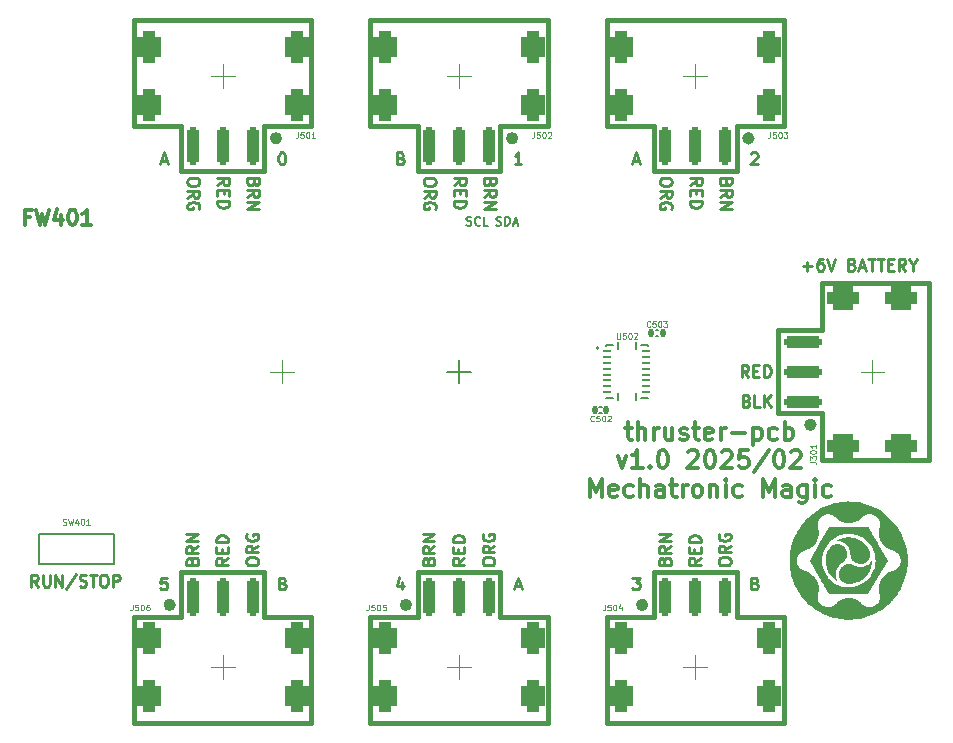
<source format=gto>
G04 #@! TF.GenerationSoftware,KiCad,Pcbnew,7.0.11*
G04 #@! TF.CreationDate,2025-02-19T11:42:19-05:00*
G04 #@! TF.ProjectId,thruster-pcb,74687275-7374-4657-922d-7063622e6b69,1.0*
G04 #@! TF.SameCoordinates,Original*
G04 #@! TF.FileFunction,Legend,Top*
G04 #@! TF.FilePolarity,Positive*
%FSLAX46Y46*%
G04 Gerber Fmt 4.6, Leading zero omitted, Abs format (unit mm)*
G04 Created by KiCad (PCBNEW 7.0.11) date 2025-02-19 11:42:19*
%MOMM*%
%LPD*%
G01*
G04 APERTURE LIST*
G04 Aperture macros list*
%AMRoundRect*
0 Rectangle with rounded corners*
0 $1 Rounding radius*
0 $2 $3 $4 $5 $6 $7 $8 $9 X,Y pos of 4 corners*
0 Add a 4 corners polygon primitive as box body*
4,1,4,$2,$3,$4,$5,$6,$7,$8,$9,$2,$3,0*
0 Add four circle primitives for the rounded corners*
1,1,$1+$1,$2,$3*
1,1,$1+$1,$4,$5*
1,1,$1+$1,$6,$7*
1,1,$1+$1,$8,$9*
0 Add four rect primitives between the rounded corners*
20,1,$1+$1,$2,$3,$4,$5,0*
20,1,$1+$1,$4,$5,$6,$7,0*
20,1,$1+$1,$6,$7,$8,$9,0*
20,1,$1+$1,$8,$9,$2,$3,0*%
G04 Aperture macros list end*
%ADD10C,0.375000*%
%ADD11C,0.200000*%
%ADD12C,0.187500*%
%ADD13C,0.250000*%
%ADD14C,0.125000*%
%ADD15C,0.317500*%
%ADD16C,0.127000*%
%ADD17C,0.400000*%
%ADD18C,0.100000*%
%ADD19C,0.550000*%
%ADD20C,0.150000*%
%ADD21RoundRect,0.048000X-0.072000X-0.252000X0.072000X-0.252000X0.072000X0.252000X-0.072000X0.252000X0*%
%ADD22RoundRect,0.048000X-0.252000X-0.072000X0.252000X-0.072000X0.252000X0.072000X-0.252000X0.072000X0*%
%ADD23R,2.050000X3.050000*%
%ADD24RoundRect,0.487500X0.487500X0.862500X-0.487500X0.862500X-0.487500X-0.862500X0.487500X-0.862500X0*%
%ADD25C,1.600000*%
%ADD26RoundRect,0.255000X0.255000X1.345000X-0.255000X1.345000X-0.255000X-1.345000X0.255000X-1.345000X0*%
%ADD27C,1.879600*%
%ADD28C,6.400000*%
%ADD29C,1.000000*%
%ADD30RoundRect,0.140000X-0.140000X-0.170000X0.140000X-0.170000X0.140000X0.170000X-0.140000X0.170000X0*%
%ADD31RoundRect,0.487500X-0.487500X-0.862500X0.487500X-0.862500X0.487500X0.862500X-0.487500X0.862500X0*%
%ADD32RoundRect,0.255000X-0.255000X-1.345000X0.255000X-1.345000X0.255000X1.345000X-0.255000X1.345000X0*%
%ADD33RoundRect,0.140000X0.140000X0.170000X-0.140000X0.170000X-0.140000X-0.170000X0.140000X-0.170000X0*%
%ADD34RoundRect,0.487500X-0.862500X0.487500X-0.862500X-0.487500X0.862500X-0.487500X0.862500X0.487500X0*%
%ADD35RoundRect,0.255000X-1.345000X0.255000X-1.345000X-0.255000X1.345000X-0.255000X1.345000X0.255000X0*%
%ADD36R,2.200000X1.000000*%
G04 APERTURE END LIST*
D10*
X172221429Y-106109428D02*
X172792857Y-106109428D01*
X172435714Y-105609428D02*
X172435714Y-106895142D01*
X172435714Y-106895142D02*
X172507143Y-107038000D01*
X172507143Y-107038000D02*
X172650000Y-107109428D01*
X172650000Y-107109428D02*
X172792857Y-107109428D01*
X173292857Y-107109428D02*
X173292857Y-105609428D01*
X173935715Y-107109428D02*
X173935715Y-106323714D01*
X173935715Y-106323714D02*
X173864286Y-106180857D01*
X173864286Y-106180857D02*
X173721429Y-106109428D01*
X173721429Y-106109428D02*
X173507143Y-106109428D01*
X173507143Y-106109428D02*
X173364286Y-106180857D01*
X173364286Y-106180857D02*
X173292857Y-106252285D01*
X174650000Y-107109428D02*
X174650000Y-106109428D01*
X174650000Y-106395142D02*
X174721429Y-106252285D01*
X174721429Y-106252285D02*
X174792858Y-106180857D01*
X174792858Y-106180857D02*
X174935715Y-106109428D01*
X174935715Y-106109428D02*
X175078572Y-106109428D01*
X176221429Y-106109428D02*
X176221429Y-107109428D01*
X175578571Y-106109428D02*
X175578571Y-106895142D01*
X175578571Y-106895142D02*
X175650000Y-107038000D01*
X175650000Y-107038000D02*
X175792857Y-107109428D01*
X175792857Y-107109428D02*
X176007143Y-107109428D01*
X176007143Y-107109428D02*
X176150000Y-107038000D01*
X176150000Y-107038000D02*
X176221429Y-106966571D01*
X176864286Y-107038000D02*
X177007143Y-107109428D01*
X177007143Y-107109428D02*
X177292857Y-107109428D01*
X177292857Y-107109428D02*
X177435714Y-107038000D01*
X177435714Y-107038000D02*
X177507143Y-106895142D01*
X177507143Y-106895142D02*
X177507143Y-106823714D01*
X177507143Y-106823714D02*
X177435714Y-106680857D01*
X177435714Y-106680857D02*
X177292857Y-106609428D01*
X177292857Y-106609428D02*
X177078572Y-106609428D01*
X177078572Y-106609428D02*
X176935714Y-106538000D01*
X176935714Y-106538000D02*
X176864286Y-106395142D01*
X176864286Y-106395142D02*
X176864286Y-106323714D01*
X176864286Y-106323714D02*
X176935714Y-106180857D01*
X176935714Y-106180857D02*
X177078572Y-106109428D01*
X177078572Y-106109428D02*
X177292857Y-106109428D01*
X177292857Y-106109428D02*
X177435714Y-106180857D01*
X177935715Y-106109428D02*
X178507143Y-106109428D01*
X178150000Y-105609428D02*
X178150000Y-106895142D01*
X178150000Y-106895142D02*
X178221429Y-107038000D01*
X178221429Y-107038000D02*
X178364286Y-107109428D01*
X178364286Y-107109428D02*
X178507143Y-107109428D01*
X179578572Y-107038000D02*
X179435715Y-107109428D01*
X179435715Y-107109428D02*
X179150001Y-107109428D01*
X179150001Y-107109428D02*
X179007143Y-107038000D01*
X179007143Y-107038000D02*
X178935715Y-106895142D01*
X178935715Y-106895142D02*
X178935715Y-106323714D01*
X178935715Y-106323714D02*
X179007143Y-106180857D01*
X179007143Y-106180857D02*
X179150001Y-106109428D01*
X179150001Y-106109428D02*
X179435715Y-106109428D01*
X179435715Y-106109428D02*
X179578572Y-106180857D01*
X179578572Y-106180857D02*
X179650001Y-106323714D01*
X179650001Y-106323714D02*
X179650001Y-106466571D01*
X179650001Y-106466571D02*
X178935715Y-106609428D01*
X180292857Y-107109428D02*
X180292857Y-106109428D01*
X180292857Y-106395142D02*
X180364286Y-106252285D01*
X180364286Y-106252285D02*
X180435715Y-106180857D01*
X180435715Y-106180857D02*
X180578572Y-106109428D01*
X180578572Y-106109428D02*
X180721429Y-106109428D01*
X181221428Y-106538000D02*
X182364286Y-106538000D01*
X183078571Y-106109428D02*
X183078571Y-107609428D01*
X183078571Y-106180857D02*
X183221429Y-106109428D01*
X183221429Y-106109428D02*
X183507143Y-106109428D01*
X183507143Y-106109428D02*
X183650000Y-106180857D01*
X183650000Y-106180857D02*
X183721429Y-106252285D01*
X183721429Y-106252285D02*
X183792857Y-106395142D01*
X183792857Y-106395142D02*
X183792857Y-106823714D01*
X183792857Y-106823714D02*
X183721429Y-106966571D01*
X183721429Y-106966571D02*
X183650000Y-107038000D01*
X183650000Y-107038000D02*
X183507143Y-107109428D01*
X183507143Y-107109428D02*
X183221429Y-107109428D01*
X183221429Y-107109428D02*
X183078571Y-107038000D01*
X185078572Y-107038000D02*
X184935714Y-107109428D01*
X184935714Y-107109428D02*
X184650000Y-107109428D01*
X184650000Y-107109428D02*
X184507143Y-107038000D01*
X184507143Y-107038000D02*
X184435714Y-106966571D01*
X184435714Y-106966571D02*
X184364286Y-106823714D01*
X184364286Y-106823714D02*
X184364286Y-106395142D01*
X184364286Y-106395142D02*
X184435714Y-106252285D01*
X184435714Y-106252285D02*
X184507143Y-106180857D01*
X184507143Y-106180857D02*
X184650000Y-106109428D01*
X184650000Y-106109428D02*
X184935714Y-106109428D01*
X184935714Y-106109428D02*
X185078572Y-106180857D01*
X185721428Y-107109428D02*
X185721428Y-105609428D01*
X185721428Y-106180857D02*
X185864286Y-106109428D01*
X185864286Y-106109428D02*
X186150000Y-106109428D01*
X186150000Y-106109428D02*
X186292857Y-106180857D01*
X186292857Y-106180857D02*
X186364286Y-106252285D01*
X186364286Y-106252285D02*
X186435714Y-106395142D01*
X186435714Y-106395142D02*
X186435714Y-106823714D01*
X186435714Y-106823714D02*
X186364286Y-106966571D01*
X186364286Y-106966571D02*
X186292857Y-107038000D01*
X186292857Y-107038000D02*
X186150000Y-107109428D01*
X186150000Y-107109428D02*
X185864286Y-107109428D01*
X185864286Y-107109428D02*
X185721428Y-107038000D01*
X171614287Y-108524428D02*
X171971430Y-109524428D01*
X171971430Y-109524428D02*
X172328573Y-108524428D01*
X173685716Y-109524428D02*
X172828573Y-109524428D01*
X173257144Y-109524428D02*
X173257144Y-108024428D01*
X173257144Y-108024428D02*
X173114287Y-108238714D01*
X173114287Y-108238714D02*
X172971430Y-108381571D01*
X172971430Y-108381571D02*
X172828573Y-108453000D01*
X174328572Y-109381571D02*
X174400001Y-109453000D01*
X174400001Y-109453000D02*
X174328572Y-109524428D01*
X174328572Y-109524428D02*
X174257144Y-109453000D01*
X174257144Y-109453000D02*
X174328572Y-109381571D01*
X174328572Y-109381571D02*
X174328572Y-109524428D01*
X175328573Y-108024428D02*
X175471430Y-108024428D01*
X175471430Y-108024428D02*
X175614287Y-108095857D01*
X175614287Y-108095857D02*
X175685716Y-108167285D01*
X175685716Y-108167285D02*
X175757144Y-108310142D01*
X175757144Y-108310142D02*
X175828573Y-108595857D01*
X175828573Y-108595857D02*
X175828573Y-108953000D01*
X175828573Y-108953000D02*
X175757144Y-109238714D01*
X175757144Y-109238714D02*
X175685716Y-109381571D01*
X175685716Y-109381571D02*
X175614287Y-109453000D01*
X175614287Y-109453000D02*
X175471430Y-109524428D01*
X175471430Y-109524428D02*
X175328573Y-109524428D01*
X175328573Y-109524428D02*
X175185716Y-109453000D01*
X175185716Y-109453000D02*
X175114287Y-109381571D01*
X175114287Y-109381571D02*
X175042858Y-109238714D01*
X175042858Y-109238714D02*
X174971430Y-108953000D01*
X174971430Y-108953000D02*
X174971430Y-108595857D01*
X174971430Y-108595857D02*
X175042858Y-108310142D01*
X175042858Y-108310142D02*
X175114287Y-108167285D01*
X175114287Y-108167285D02*
X175185716Y-108095857D01*
X175185716Y-108095857D02*
X175328573Y-108024428D01*
X177542858Y-108167285D02*
X177614286Y-108095857D01*
X177614286Y-108095857D02*
X177757144Y-108024428D01*
X177757144Y-108024428D02*
X178114286Y-108024428D01*
X178114286Y-108024428D02*
X178257144Y-108095857D01*
X178257144Y-108095857D02*
X178328572Y-108167285D01*
X178328572Y-108167285D02*
X178400001Y-108310142D01*
X178400001Y-108310142D02*
X178400001Y-108453000D01*
X178400001Y-108453000D02*
X178328572Y-108667285D01*
X178328572Y-108667285D02*
X177471429Y-109524428D01*
X177471429Y-109524428D02*
X178400001Y-109524428D01*
X179328572Y-108024428D02*
X179471429Y-108024428D01*
X179471429Y-108024428D02*
X179614286Y-108095857D01*
X179614286Y-108095857D02*
X179685715Y-108167285D01*
X179685715Y-108167285D02*
X179757143Y-108310142D01*
X179757143Y-108310142D02*
X179828572Y-108595857D01*
X179828572Y-108595857D02*
X179828572Y-108953000D01*
X179828572Y-108953000D02*
X179757143Y-109238714D01*
X179757143Y-109238714D02*
X179685715Y-109381571D01*
X179685715Y-109381571D02*
X179614286Y-109453000D01*
X179614286Y-109453000D02*
X179471429Y-109524428D01*
X179471429Y-109524428D02*
X179328572Y-109524428D01*
X179328572Y-109524428D02*
X179185715Y-109453000D01*
X179185715Y-109453000D02*
X179114286Y-109381571D01*
X179114286Y-109381571D02*
X179042857Y-109238714D01*
X179042857Y-109238714D02*
X178971429Y-108953000D01*
X178971429Y-108953000D02*
X178971429Y-108595857D01*
X178971429Y-108595857D02*
X179042857Y-108310142D01*
X179042857Y-108310142D02*
X179114286Y-108167285D01*
X179114286Y-108167285D02*
X179185715Y-108095857D01*
X179185715Y-108095857D02*
X179328572Y-108024428D01*
X180400000Y-108167285D02*
X180471428Y-108095857D01*
X180471428Y-108095857D02*
X180614286Y-108024428D01*
X180614286Y-108024428D02*
X180971428Y-108024428D01*
X180971428Y-108024428D02*
X181114286Y-108095857D01*
X181114286Y-108095857D02*
X181185714Y-108167285D01*
X181185714Y-108167285D02*
X181257143Y-108310142D01*
X181257143Y-108310142D02*
X181257143Y-108453000D01*
X181257143Y-108453000D02*
X181185714Y-108667285D01*
X181185714Y-108667285D02*
X180328571Y-109524428D01*
X180328571Y-109524428D02*
X181257143Y-109524428D01*
X182614285Y-108024428D02*
X181899999Y-108024428D01*
X181899999Y-108024428D02*
X181828571Y-108738714D01*
X181828571Y-108738714D02*
X181899999Y-108667285D01*
X181899999Y-108667285D02*
X182042857Y-108595857D01*
X182042857Y-108595857D02*
X182399999Y-108595857D01*
X182399999Y-108595857D02*
X182542857Y-108667285D01*
X182542857Y-108667285D02*
X182614285Y-108738714D01*
X182614285Y-108738714D02*
X182685714Y-108881571D01*
X182685714Y-108881571D02*
X182685714Y-109238714D01*
X182685714Y-109238714D02*
X182614285Y-109381571D01*
X182614285Y-109381571D02*
X182542857Y-109453000D01*
X182542857Y-109453000D02*
X182399999Y-109524428D01*
X182399999Y-109524428D02*
X182042857Y-109524428D01*
X182042857Y-109524428D02*
X181899999Y-109453000D01*
X181899999Y-109453000D02*
X181828571Y-109381571D01*
X184399999Y-107953000D02*
X183114285Y-109881571D01*
X185185714Y-108024428D02*
X185328571Y-108024428D01*
X185328571Y-108024428D02*
X185471428Y-108095857D01*
X185471428Y-108095857D02*
X185542857Y-108167285D01*
X185542857Y-108167285D02*
X185614285Y-108310142D01*
X185614285Y-108310142D02*
X185685714Y-108595857D01*
X185685714Y-108595857D02*
X185685714Y-108953000D01*
X185685714Y-108953000D02*
X185614285Y-109238714D01*
X185614285Y-109238714D02*
X185542857Y-109381571D01*
X185542857Y-109381571D02*
X185471428Y-109453000D01*
X185471428Y-109453000D02*
X185328571Y-109524428D01*
X185328571Y-109524428D02*
X185185714Y-109524428D01*
X185185714Y-109524428D02*
X185042857Y-109453000D01*
X185042857Y-109453000D02*
X184971428Y-109381571D01*
X184971428Y-109381571D02*
X184899999Y-109238714D01*
X184899999Y-109238714D02*
X184828571Y-108953000D01*
X184828571Y-108953000D02*
X184828571Y-108595857D01*
X184828571Y-108595857D02*
X184899999Y-108310142D01*
X184899999Y-108310142D02*
X184971428Y-108167285D01*
X184971428Y-108167285D02*
X185042857Y-108095857D01*
X185042857Y-108095857D02*
X185185714Y-108024428D01*
X186257142Y-108167285D02*
X186328570Y-108095857D01*
X186328570Y-108095857D02*
X186471428Y-108024428D01*
X186471428Y-108024428D02*
X186828570Y-108024428D01*
X186828570Y-108024428D02*
X186971428Y-108095857D01*
X186971428Y-108095857D02*
X187042856Y-108167285D01*
X187042856Y-108167285D02*
X187114285Y-108310142D01*
X187114285Y-108310142D02*
X187114285Y-108453000D01*
X187114285Y-108453000D02*
X187042856Y-108667285D01*
X187042856Y-108667285D02*
X186185713Y-109524428D01*
X186185713Y-109524428D02*
X187114285Y-109524428D01*
X169221428Y-111939428D02*
X169221428Y-110439428D01*
X169221428Y-110439428D02*
X169721428Y-111510857D01*
X169721428Y-111510857D02*
X170221428Y-110439428D01*
X170221428Y-110439428D02*
X170221428Y-111939428D01*
X171507143Y-111868000D02*
X171364286Y-111939428D01*
X171364286Y-111939428D02*
X171078572Y-111939428D01*
X171078572Y-111939428D02*
X170935714Y-111868000D01*
X170935714Y-111868000D02*
X170864286Y-111725142D01*
X170864286Y-111725142D02*
X170864286Y-111153714D01*
X170864286Y-111153714D02*
X170935714Y-111010857D01*
X170935714Y-111010857D02*
X171078572Y-110939428D01*
X171078572Y-110939428D02*
X171364286Y-110939428D01*
X171364286Y-110939428D02*
X171507143Y-111010857D01*
X171507143Y-111010857D02*
X171578572Y-111153714D01*
X171578572Y-111153714D02*
X171578572Y-111296571D01*
X171578572Y-111296571D02*
X170864286Y-111439428D01*
X172864286Y-111868000D02*
X172721428Y-111939428D01*
X172721428Y-111939428D02*
X172435714Y-111939428D01*
X172435714Y-111939428D02*
X172292857Y-111868000D01*
X172292857Y-111868000D02*
X172221428Y-111796571D01*
X172221428Y-111796571D02*
X172150000Y-111653714D01*
X172150000Y-111653714D02*
X172150000Y-111225142D01*
X172150000Y-111225142D02*
X172221428Y-111082285D01*
X172221428Y-111082285D02*
X172292857Y-111010857D01*
X172292857Y-111010857D02*
X172435714Y-110939428D01*
X172435714Y-110939428D02*
X172721428Y-110939428D01*
X172721428Y-110939428D02*
X172864286Y-111010857D01*
X173507142Y-111939428D02*
X173507142Y-110439428D01*
X174150000Y-111939428D02*
X174150000Y-111153714D01*
X174150000Y-111153714D02*
X174078571Y-111010857D01*
X174078571Y-111010857D02*
X173935714Y-110939428D01*
X173935714Y-110939428D02*
X173721428Y-110939428D01*
X173721428Y-110939428D02*
X173578571Y-111010857D01*
X173578571Y-111010857D02*
X173507142Y-111082285D01*
X175507143Y-111939428D02*
X175507143Y-111153714D01*
X175507143Y-111153714D02*
X175435714Y-111010857D01*
X175435714Y-111010857D02*
X175292857Y-110939428D01*
X175292857Y-110939428D02*
X175007143Y-110939428D01*
X175007143Y-110939428D02*
X174864285Y-111010857D01*
X175507143Y-111868000D02*
X175364285Y-111939428D01*
X175364285Y-111939428D02*
X175007143Y-111939428D01*
X175007143Y-111939428D02*
X174864285Y-111868000D01*
X174864285Y-111868000D02*
X174792857Y-111725142D01*
X174792857Y-111725142D02*
X174792857Y-111582285D01*
X174792857Y-111582285D02*
X174864285Y-111439428D01*
X174864285Y-111439428D02*
X175007143Y-111368000D01*
X175007143Y-111368000D02*
X175364285Y-111368000D01*
X175364285Y-111368000D02*
X175507143Y-111296571D01*
X176007143Y-110939428D02*
X176578571Y-110939428D01*
X176221428Y-110439428D02*
X176221428Y-111725142D01*
X176221428Y-111725142D02*
X176292857Y-111868000D01*
X176292857Y-111868000D02*
X176435714Y-111939428D01*
X176435714Y-111939428D02*
X176578571Y-111939428D01*
X177078571Y-111939428D02*
X177078571Y-110939428D01*
X177078571Y-111225142D02*
X177150000Y-111082285D01*
X177150000Y-111082285D02*
X177221429Y-111010857D01*
X177221429Y-111010857D02*
X177364286Y-110939428D01*
X177364286Y-110939428D02*
X177507143Y-110939428D01*
X178221428Y-111939428D02*
X178078571Y-111868000D01*
X178078571Y-111868000D02*
X178007142Y-111796571D01*
X178007142Y-111796571D02*
X177935714Y-111653714D01*
X177935714Y-111653714D02*
X177935714Y-111225142D01*
X177935714Y-111225142D02*
X178007142Y-111082285D01*
X178007142Y-111082285D02*
X178078571Y-111010857D01*
X178078571Y-111010857D02*
X178221428Y-110939428D01*
X178221428Y-110939428D02*
X178435714Y-110939428D01*
X178435714Y-110939428D02*
X178578571Y-111010857D01*
X178578571Y-111010857D02*
X178650000Y-111082285D01*
X178650000Y-111082285D02*
X178721428Y-111225142D01*
X178721428Y-111225142D02*
X178721428Y-111653714D01*
X178721428Y-111653714D02*
X178650000Y-111796571D01*
X178650000Y-111796571D02*
X178578571Y-111868000D01*
X178578571Y-111868000D02*
X178435714Y-111939428D01*
X178435714Y-111939428D02*
X178221428Y-111939428D01*
X179364285Y-110939428D02*
X179364285Y-111939428D01*
X179364285Y-111082285D02*
X179435714Y-111010857D01*
X179435714Y-111010857D02*
X179578571Y-110939428D01*
X179578571Y-110939428D02*
X179792857Y-110939428D01*
X179792857Y-110939428D02*
X179935714Y-111010857D01*
X179935714Y-111010857D02*
X180007143Y-111153714D01*
X180007143Y-111153714D02*
X180007143Y-111939428D01*
X180721428Y-111939428D02*
X180721428Y-110939428D01*
X180721428Y-110439428D02*
X180650000Y-110510857D01*
X180650000Y-110510857D02*
X180721428Y-110582285D01*
X180721428Y-110582285D02*
X180792857Y-110510857D01*
X180792857Y-110510857D02*
X180721428Y-110439428D01*
X180721428Y-110439428D02*
X180721428Y-110582285D01*
X182078572Y-111868000D02*
X181935714Y-111939428D01*
X181935714Y-111939428D02*
X181650000Y-111939428D01*
X181650000Y-111939428D02*
X181507143Y-111868000D01*
X181507143Y-111868000D02*
X181435714Y-111796571D01*
X181435714Y-111796571D02*
X181364286Y-111653714D01*
X181364286Y-111653714D02*
X181364286Y-111225142D01*
X181364286Y-111225142D02*
X181435714Y-111082285D01*
X181435714Y-111082285D02*
X181507143Y-111010857D01*
X181507143Y-111010857D02*
X181650000Y-110939428D01*
X181650000Y-110939428D02*
X181935714Y-110939428D01*
X181935714Y-110939428D02*
X182078572Y-111010857D01*
X183864285Y-111939428D02*
X183864285Y-110439428D01*
X183864285Y-110439428D02*
X184364285Y-111510857D01*
X184364285Y-111510857D02*
X184864285Y-110439428D01*
X184864285Y-110439428D02*
X184864285Y-111939428D01*
X186221429Y-111939428D02*
X186221429Y-111153714D01*
X186221429Y-111153714D02*
X186150000Y-111010857D01*
X186150000Y-111010857D02*
X186007143Y-110939428D01*
X186007143Y-110939428D02*
X185721429Y-110939428D01*
X185721429Y-110939428D02*
X185578571Y-111010857D01*
X186221429Y-111868000D02*
X186078571Y-111939428D01*
X186078571Y-111939428D02*
X185721429Y-111939428D01*
X185721429Y-111939428D02*
X185578571Y-111868000D01*
X185578571Y-111868000D02*
X185507143Y-111725142D01*
X185507143Y-111725142D02*
X185507143Y-111582285D01*
X185507143Y-111582285D02*
X185578571Y-111439428D01*
X185578571Y-111439428D02*
X185721429Y-111368000D01*
X185721429Y-111368000D02*
X186078571Y-111368000D01*
X186078571Y-111368000D02*
X186221429Y-111296571D01*
X187578572Y-110939428D02*
X187578572Y-112153714D01*
X187578572Y-112153714D02*
X187507143Y-112296571D01*
X187507143Y-112296571D02*
X187435714Y-112368000D01*
X187435714Y-112368000D02*
X187292857Y-112439428D01*
X187292857Y-112439428D02*
X187078572Y-112439428D01*
X187078572Y-112439428D02*
X186935714Y-112368000D01*
X187578572Y-111868000D02*
X187435714Y-111939428D01*
X187435714Y-111939428D02*
X187150000Y-111939428D01*
X187150000Y-111939428D02*
X187007143Y-111868000D01*
X187007143Y-111868000D02*
X186935714Y-111796571D01*
X186935714Y-111796571D02*
X186864286Y-111653714D01*
X186864286Y-111653714D02*
X186864286Y-111225142D01*
X186864286Y-111225142D02*
X186935714Y-111082285D01*
X186935714Y-111082285D02*
X187007143Y-111010857D01*
X187007143Y-111010857D02*
X187150000Y-110939428D01*
X187150000Y-110939428D02*
X187435714Y-110939428D01*
X187435714Y-110939428D02*
X187578572Y-111010857D01*
X188292857Y-111939428D02*
X188292857Y-110939428D01*
X188292857Y-110439428D02*
X188221429Y-110510857D01*
X188221429Y-110510857D02*
X188292857Y-110582285D01*
X188292857Y-110582285D02*
X188364286Y-110510857D01*
X188364286Y-110510857D02*
X188292857Y-110439428D01*
X188292857Y-110439428D02*
X188292857Y-110582285D01*
X189650001Y-111868000D02*
X189507143Y-111939428D01*
X189507143Y-111939428D02*
X189221429Y-111939428D01*
X189221429Y-111939428D02*
X189078572Y-111868000D01*
X189078572Y-111868000D02*
X189007143Y-111796571D01*
X189007143Y-111796571D02*
X188935715Y-111653714D01*
X188935715Y-111653714D02*
X188935715Y-111225142D01*
X188935715Y-111225142D02*
X189007143Y-111082285D01*
X189007143Y-111082285D02*
X189078572Y-111010857D01*
X189078572Y-111010857D02*
X189221429Y-110939428D01*
X189221429Y-110939428D02*
X189507143Y-110939428D01*
X189507143Y-110939428D02*
X189650001Y-111010857D01*
D11*
X158150000Y-100350000D02*
X158150000Y-102350000D01*
X157150000Y-101350000D02*
X159150000Y-101350000D01*
D12*
X158767143Y-88951500D02*
X158874286Y-88987214D01*
X158874286Y-88987214D02*
X159052857Y-88987214D01*
X159052857Y-88987214D02*
X159124286Y-88951500D01*
X159124286Y-88951500D02*
X159160000Y-88915785D01*
X159160000Y-88915785D02*
X159195714Y-88844357D01*
X159195714Y-88844357D02*
X159195714Y-88772928D01*
X159195714Y-88772928D02*
X159160000Y-88701500D01*
X159160000Y-88701500D02*
X159124286Y-88665785D01*
X159124286Y-88665785D02*
X159052857Y-88630071D01*
X159052857Y-88630071D02*
X158910000Y-88594357D01*
X158910000Y-88594357D02*
X158838571Y-88558642D01*
X158838571Y-88558642D02*
X158802857Y-88522928D01*
X158802857Y-88522928D02*
X158767143Y-88451500D01*
X158767143Y-88451500D02*
X158767143Y-88380071D01*
X158767143Y-88380071D02*
X158802857Y-88308642D01*
X158802857Y-88308642D02*
X158838571Y-88272928D01*
X158838571Y-88272928D02*
X158910000Y-88237214D01*
X158910000Y-88237214D02*
X159088571Y-88237214D01*
X159088571Y-88237214D02*
X159195714Y-88272928D01*
X159945714Y-88915785D02*
X159910000Y-88951500D01*
X159910000Y-88951500D02*
X159802857Y-88987214D01*
X159802857Y-88987214D02*
X159731429Y-88987214D01*
X159731429Y-88987214D02*
X159624286Y-88951500D01*
X159624286Y-88951500D02*
X159552857Y-88880071D01*
X159552857Y-88880071D02*
X159517143Y-88808642D01*
X159517143Y-88808642D02*
X159481429Y-88665785D01*
X159481429Y-88665785D02*
X159481429Y-88558642D01*
X159481429Y-88558642D02*
X159517143Y-88415785D01*
X159517143Y-88415785D02*
X159552857Y-88344357D01*
X159552857Y-88344357D02*
X159624286Y-88272928D01*
X159624286Y-88272928D02*
X159731429Y-88237214D01*
X159731429Y-88237214D02*
X159802857Y-88237214D01*
X159802857Y-88237214D02*
X159910000Y-88272928D01*
X159910000Y-88272928D02*
X159945714Y-88308642D01*
X160624286Y-88987214D02*
X160267143Y-88987214D01*
X160267143Y-88987214D02*
X160267143Y-88237214D01*
X161289286Y-88951500D02*
X161396429Y-88987214D01*
X161396429Y-88987214D02*
X161575000Y-88987214D01*
X161575000Y-88987214D02*
X161646429Y-88951500D01*
X161646429Y-88951500D02*
X161682143Y-88915785D01*
X161682143Y-88915785D02*
X161717857Y-88844357D01*
X161717857Y-88844357D02*
X161717857Y-88772928D01*
X161717857Y-88772928D02*
X161682143Y-88701500D01*
X161682143Y-88701500D02*
X161646429Y-88665785D01*
X161646429Y-88665785D02*
X161575000Y-88630071D01*
X161575000Y-88630071D02*
X161432143Y-88594357D01*
X161432143Y-88594357D02*
X161360714Y-88558642D01*
X161360714Y-88558642D02*
X161325000Y-88522928D01*
X161325000Y-88522928D02*
X161289286Y-88451500D01*
X161289286Y-88451500D02*
X161289286Y-88380071D01*
X161289286Y-88380071D02*
X161325000Y-88308642D01*
X161325000Y-88308642D02*
X161360714Y-88272928D01*
X161360714Y-88272928D02*
X161432143Y-88237214D01*
X161432143Y-88237214D02*
X161610714Y-88237214D01*
X161610714Y-88237214D02*
X161717857Y-88272928D01*
X162039286Y-88987214D02*
X162039286Y-88237214D01*
X162039286Y-88237214D02*
X162217857Y-88237214D01*
X162217857Y-88237214D02*
X162325000Y-88272928D01*
X162325000Y-88272928D02*
X162396429Y-88344357D01*
X162396429Y-88344357D02*
X162432143Y-88415785D01*
X162432143Y-88415785D02*
X162467857Y-88558642D01*
X162467857Y-88558642D02*
X162467857Y-88665785D01*
X162467857Y-88665785D02*
X162432143Y-88808642D01*
X162432143Y-88808642D02*
X162396429Y-88880071D01*
X162396429Y-88880071D02*
X162325000Y-88951500D01*
X162325000Y-88951500D02*
X162217857Y-88987214D01*
X162217857Y-88987214D02*
X162039286Y-88987214D01*
X162753572Y-88772928D02*
X163110715Y-88772928D01*
X162682143Y-88987214D02*
X162932143Y-88237214D01*
X162932143Y-88237214D02*
X163182143Y-88987214D01*
D13*
X122507142Y-119549619D02*
X122173809Y-119073428D01*
X121935714Y-119549619D02*
X121935714Y-118549619D01*
X121935714Y-118549619D02*
X122316666Y-118549619D01*
X122316666Y-118549619D02*
X122411904Y-118597238D01*
X122411904Y-118597238D02*
X122459523Y-118644857D01*
X122459523Y-118644857D02*
X122507142Y-118740095D01*
X122507142Y-118740095D02*
X122507142Y-118882952D01*
X122507142Y-118882952D02*
X122459523Y-118978190D01*
X122459523Y-118978190D02*
X122411904Y-119025809D01*
X122411904Y-119025809D02*
X122316666Y-119073428D01*
X122316666Y-119073428D02*
X121935714Y-119073428D01*
X122935714Y-118549619D02*
X122935714Y-119359142D01*
X122935714Y-119359142D02*
X122983333Y-119454380D01*
X122983333Y-119454380D02*
X123030952Y-119502000D01*
X123030952Y-119502000D02*
X123126190Y-119549619D01*
X123126190Y-119549619D02*
X123316666Y-119549619D01*
X123316666Y-119549619D02*
X123411904Y-119502000D01*
X123411904Y-119502000D02*
X123459523Y-119454380D01*
X123459523Y-119454380D02*
X123507142Y-119359142D01*
X123507142Y-119359142D02*
X123507142Y-118549619D01*
X123983333Y-119549619D02*
X123983333Y-118549619D01*
X123983333Y-118549619D02*
X124554761Y-119549619D01*
X124554761Y-119549619D02*
X124554761Y-118549619D01*
X125745237Y-118502000D02*
X124888095Y-119787714D01*
X126030952Y-119502000D02*
X126173809Y-119549619D01*
X126173809Y-119549619D02*
X126411904Y-119549619D01*
X126411904Y-119549619D02*
X126507142Y-119502000D01*
X126507142Y-119502000D02*
X126554761Y-119454380D01*
X126554761Y-119454380D02*
X126602380Y-119359142D01*
X126602380Y-119359142D02*
X126602380Y-119263904D01*
X126602380Y-119263904D02*
X126554761Y-119168666D01*
X126554761Y-119168666D02*
X126507142Y-119121047D01*
X126507142Y-119121047D02*
X126411904Y-119073428D01*
X126411904Y-119073428D02*
X126221428Y-119025809D01*
X126221428Y-119025809D02*
X126126190Y-118978190D01*
X126126190Y-118978190D02*
X126078571Y-118930571D01*
X126078571Y-118930571D02*
X126030952Y-118835333D01*
X126030952Y-118835333D02*
X126030952Y-118740095D01*
X126030952Y-118740095D02*
X126078571Y-118644857D01*
X126078571Y-118644857D02*
X126126190Y-118597238D01*
X126126190Y-118597238D02*
X126221428Y-118549619D01*
X126221428Y-118549619D02*
X126459523Y-118549619D01*
X126459523Y-118549619D02*
X126602380Y-118597238D01*
X126888095Y-118549619D02*
X127459523Y-118549619D01*
X127173809Y-119549619D02*
X127173809Y-118549619D01*
X127983333Y-118549619D02*
X128173809Y-118549619D01*
X128173809Y-118549619D02*
X128269047Y-118597238D01*
X128269047Y-118597238D02*
X128364285Y-118692476D01*
X128364285Y-118692476D02*
X128411904Y-118882952D01*
X128411904Y-118882952D02*
X128411904Y-119216285D01*
X128411904Y-119216285D02*
X128364285Y-119406761D01*
X128364285Y-119406761D02*
X128269047Y-119502000D01*
X128269047Y-119502000D02*
X128173809Y-119549619D01*
X128173809Y-119549619D02*
X127983333Y-119549619D01*
X127983333Y-119549619D02*
X127888095Y-119502000D01*
X127888095Y-119502000D02*
X127792857Y-119406761D01*
X127792857Y-119406761D02*
X127745238Y-119216285D01*
X127745238Y-119216285D02*
X127745238Y-118882952D01*
X127745238Y-118882952D02*
X127792857Y-118692476D01*
X127792857Y-118692476D02*
X127888095Y-118597238D01*
X127888095Y-118597238D02*
X127983333Y-118549619D01*
X128840476Y-119549619D02*
X128840476Y-118549619D01*
X128840476Y-118549619D02*
X129221428Y-118549619D01*
X129221428Y-118549619D02*
X129316666Y-118597238D01*
X129316666Y-118597238D02*
X129364285Y-118644857D01*
X129364285Y-118644857D02*
X129411904Y-118740095D01*
X129411904Y-118740095D02*
X129411904Y-118882952D01*
X129411904Y-118882952D02*
X129364285Y-118978190D01*
X129364285Y-118978190D02*
X129316666Y-119025809D01*
X129316666Y-119025809D02*
X129221428Y-119073428D01*
X129221428Y-119073428D02*
X128840476Y-119073428D01*
D14*
X171502857Y-98074809D02*
X171502857Y-98479571D01*
X171502857Y-98479571D02*
X171526667Y-98527190D01*
X171526667Y-98527190D02*
X171550476Y-98551000D01*
X171550476Y-98551000D02*
X171598095Y-98574809D01*
X171598095Y-98574809D02*
X171693333Y-98574809D01*
X171693333Y-98574809D02*
X171740952Y-98551000D01*
X171740952Y-98551000D02*
X171764762Y-98527190D01*
X171764762Y-98527190D02*
X171788571Y-98479571D01*
X171788571Y-98479571D02*
X171788571Y-98074809D01*
X172264762Y-98074809D02*
X172026667Y-98074809D01*
X172026667Y-98074809D02*
X172002858Y-98312904D01*
X172002858Y-98312904D02*
X172026667Y-98289095D01*
X172026667Y-98289095D02*
X172074286Y-98265285D01*
X172074286Y-98265285D02*
X172193334Y-98265285D01*
X172193334Y-98265285D02*
X172240953Y-98289095D01*
X172240953Y-98289095D02*
X172264762Y-98312904D01*
X172264762Y-98312904D02*
X172288572Y-98360523D01*
X172288572Y-98360523D02*
X172288572Y-98479571D01*
X172288572Y-98479571D02*
X172264762Y-98527190D01*
X172264762Y-98527190D02*
X172240953Y-98551000D01*
X172240953Y-98551000D02*
X172193334Y-98574809D01*
X172193334Y-98574809D02*
X172074286Y-98574809D01*
X172074286Y-98574809D02*
X172026667Y-98551000D01*
X172026667Y-98551000D02*
X172002858Y-98527190D01*
X172598095Y-98074809D02*
X172645714Y-98074809D01*
X172645714Y-98074809D02*
X172693333Y-98098619D01*
X172693333Y-98098619D02*
X172717143Y-98122428D01*
X172717143Y-98122428D02*
X172740952Y-98170047D01*
X172740952Y-98170047D02*
X172764762Y-98265285D01*
X172764762Y-98265285D02*
X172764762Y-98384333D01*
X172764762Y-98384333D02*
X172740952Y-98479571D01*
X172740952Y-98479571D02*
X172717143Y-98527190D01*
X172717143Y-98527190D02*
X172693333Y-98551000D01*
X172693333Y-98551000D02*
X172645714Y-98574809D01*
X172645714Y-98574809D02*
X172598095Y-98574809D01*
X172598095Y-98574809D02*
X172550476Y-98551000D01*
X172550476Y-98551000D02*
X172526667Y-98527190D01*
X172526667Y-98527190D02*
X172502857Y-98479571D01*
X172502857Y-98479571D02*
X172479048Y-98384333D01*
X172479048Y-98384333D02*
X172479048Y-98265285D01*
X172479048Y-98265285D02*
X172502857Y-98170047D01*
X172502857Y-98170047D02*
X172526667Y-98122428D01*
X172526667Y-98122428D02*
X172550476Y-98098619D01*
X172550476Y-98098619D02*
X172598095Y-98074809D01*
X172955238Y-98122428D02*
X172979047Y-98098619D01*
X172979047Y-98098619D02*
X173026666Y-98074809D01*
X173026666Y-98074809D02*
X173145714Y-98074809D01*
X173145714Y-98074809D02*
X173193333Y-98098619D01*
X173193333Y-98098619D02*
X173217142Y-98122428D01*
X173217142Y-98122428D02*
X173240952Y-98170047D01*
X173240952Y-98170047D02*
X173240952Y-98217666D01*
X173240952Y-98217666D02*
X173217142Y-98289095D01*
X173217142Y-98289095D02*
X172931428Y-98574809D01*
X172931428Y-98574809D02*
X173240952Y-98574809D01*
X170507143Y-121074809D02*
X170507143Y-121431952D01*
X170507143Y-121431952D02*
X170483334Y-121503380D01*
X170483334Y-121503380D02*
X170435715Y-121551000D01*
X170435715Y-121551000D02*
X170364286Y-121574809D01*
X170364286Y-121574809D02*
X170316667Y-121574809D01*
X170983333Y-121074809D02*
X170745238Y-121074809D01*
X170745238Y-121074809D02*
X170721429Y-121312904D01*
X170721429Y-121312904D02*
X170745238Y-121289095D01*
X170745238Y-121289095D02*
X170792857Y-121265285D01*
X170792857Y-121265285D02*
X170911905Y-121265285D01*
X170911905Y-121265285D02*
X170959524Y-121289095D01*
X170959524Y-121289095D02*
X170983333Y-121312904D01*
X170983333Y-121312904D02*
X171007143Y-121360523D01*
X171007143Y-121360523D02*
X171007143Y-121479571D01*
X171007143Y-121479571D02*
X170983333Y-121527190D01*
X170983333Y-121527190D02*
X170959524Y-121551000D01*
X170959524Y-121551000D02*
X170911905Y-121574809D01*
X170911905Y-121574809D02*
X170792857Y-121574809D01*
X170792857Y-121574809D02*
X170745238Y-121551000D01*
X170745238Y-121551000D02*
X170721429Y-121527190D01*
X171316666Y-121074809D02*
X171364285Y-121074809D01*
X171364285Y-121074809D02*
X171411904Y-121098619D01*
X171411904Y-121098619D02*
X171435714Y-121122428D01*
X171435714Y-121122428D02*
X171459523Y-121170047D01*
X171459523Y-121170047D02*
X171483333Y-121265285D01*
X171483333Y-121265285D02*
X171483333Y-121384333D01*
X171483333Y-121384333D02*
X171459523Y-121479571D01*
X171459523Y-121479571D02*
X171435714Y-121527190D01*
X171435714Y-121527190D02*
X171411904Y-121551000D01*
X171411904Y-121551000D02*
X171364285Y-121574809D01*
X171364285Y-121574809D02*
X171316666Y-121574809D01*
X171316666Y-121574809D02*
X171269047Y-121551000D01*
X171269047Y-121551000D02*
X171245238Y-121527190D01*
X171245238Y-121527190D02*
X171221428Y-121479571D01*
X171221428Y-121479571D02*
X171197619Y-121384333D01*
X171197619Y-121384333D02*
X171197619Y-121265285D01*
X171197619Y-121265285D02*
X171221428Y-121170047D01*
X171221428Y-121170047D02*
X171245238Y-121122428D01*
X171245238Y-121122428D02*
X171269047Y-121098619D01*
X171269047Y-121098619D02*
X171316666Y-121074809D01*
X171911904Y-121241476D02*
X171911904Y-121574809D01*
X171792856Y-121051000D02*
X171673809Y-121408142D01*
X171673809Y-121408142D02*
X171983332Y-121408142D01*
D13*
X183221428Y-119275809D02*
X183364285Y-119323428D01*
X183364285Y-119323428D02*
X183411904Y-119371047D01*
X183411904Y-119371047D02*
X183459523Y-119466285D01*
X183459523Y-119466285D02*
X183459523Y-119609142D01*
X183459523Y-119609142D02*
X183411904Y-119704380D01*
X183411904Y-119704380D02*
X183364285Y-119752000D01*
X183364285Y-119752000D02*
X183269047Y-119799619D01*
X183269047Y-119799619D02*
X182888095Y-119799619D01*
X182888095Y-119799619D02*
X182888095Y-118799619D01*
X182888095Y-118799619D02*
X183221428Y-118799619D01*
X183221428Y-118799619D02*
X183316666Y-118847238D01*
X183316666Y-118847238D02*
X183364285Y-118894857D01*
X183364285Y-118894857D02*
X183411904Y-118990095D01*
X183411904Y-118990095D02*
X183411904Y-119085333D01*
X183411904Y-119085333D02*
X183364285Y-119180571D01*
X183364285Y-119180571D02*
X183316666Y-119228190D01*
X183316666Y-119228190D02*
X183221428Y-119275809D01*
X183221428Y-119275809D02*
X182888095Y-119275809D01*
X175535809Y-117364098D02*
X175583428Y-117221241D01*
X175583428Y-117221241D02*
X175631047Y-117173622D01*
X175631047Y-117173622D02*
X175726285Y-117126003D01*
X175726285Y-117126003D02*
X175869142Y-117126003D01*
X175869142Y-117126003D02*
X175964380Y-117173622D01*
X175964380Y-117173622D02*
X176012000Y-117221241D01*
X176012000Y-117221241D02*
X176059619Y-117316479D01*
X176059619Y-117316479D02*
X176059619Y-117697431D01*
X176059619Y-117697431D02*
X175059619Y-117697431D01*
X175059619Y-117697431D02*
X175059619Y-117364098D01*
X175059619Y-117364098D02*
X175107238Y-117268860D01*
X175107238Y-117268860D02*
X175154857Y-117221241D01*
X175154857Y-117221241D02*
X175250095Y-117173622D01*
X175250095Y-117173622D02*
X175345333Y-117173622D01*
X175345333Y-117173622D02*
X175440571Y-117221241D01*
X175440571Y-117221241D02*
X175488190Y-117268860D01*
X175488190Y-117268860D02*
X175535809Y-117364098D01*
X175535809Y-117364098D02*
X175535809Y-117697431D01*
X176059619Y-116126003D02*
X175583428Y-116459336D01*
X176059619Y-116697431D02*
X175059619Y-116697431D01*
X175059619Y-116697431D02*
X175059619Y-116316479D01*
X175059619Y-116316479D02*
X175107238Y-116221241D01*
X175107238Y-116221241D02*
X175154857Y-116173622D01*
X175154857Y-116173622D02*
X175250095Y-116126003D01*
X175250095Y-116126003D02*
X175392952Y-116126003D01*
X175392952Y-116126003D02*
X175488190Y-116173622D01*
X175488190Y-116173622D02*
X175535809Y-116221241D01*
X175535809Y-116221241D02*
X175583428Y-116316479D01*
X175583428Y-116316479D02*
X175583428Y-116697431D01*
X176059619Y-115697431D02*
X175059619Y-115697431D01*
X175059619Y-115697431D02*
X176059619Y-115126003D01*
X176059619Y-115126003D02*
X175059619Y-115126003D01*
X172816667Y-118799619D02*
X173435714Y-118799619D01*
X173435714Y-118799619D02*
X173102381Y-119180571D01*
X173102381Y-119180571D02*
X173245238Y-119180571D01*
X173245238Y-119180571D02*
X173340476Y-119228190D01*
X173340476Y-119228190D02*
X173388095Y-119275809D01*
X173388095Y-119275809D02*
X173435714Y-119371047D01*
X173435714Y-119371047D02*
X173435714Y-119609142D01*
X173435714Y-119609142D02*
X173388095Y-119704380D01*
X173388095Y-119704380D02*
X173340476Y-119752000D01*
X173340476Y-119752000D02*
X173245238Y-119799619D01*
X173245238Y-119799619D02*
X172959524Y-119799619D01*
X172959524Y-119799619D02*
X172864286Y-119752000D01*
X172864286Y-119752000D02*
X172816667Y-119704380D01*
X178599619Y-117126003D02*
X178123428Y-117459336D01*
X178599619Y-117697431D02*
X177599619Y-117697431D01*
X177599619Y-117697431D02*
X177599619Y-117316479D01*
X177599619Y-117316479D02*
X177647238Y-117221241D01*
X177647238Y-117221241D02*
X177694857Y-117173622D01*
X177694857Y-117173622D02*
X177790095Y-117126003D01*
X177790095Y-117126003D02*
X177932952Y-117126003D01*
X177932952Y-117126003D02*
X178028190Y-117173622D01*
X178028190Y-117173622D02*
X178075809Y-117221241D01*
X178075809Y-117221241D02*
X178123428Y-117316479D01*
X178123428Y-117316479D02*
X178123428Y-117697431D01*
X178075809Y-116697431D02*
X178075809Y-116364098D01*
X178599619Y-116221241D02*
X178599619Y-116697431D01*
X178599619Y-116697431D02*
X177599619Y-116697431D01*
X177599619Y-116697431D02*
X177599619Y-116221241D01*
X178599619Y-115792669D02*
X177599619Y-115792669D01*
X177599619Y-115792669D02*
X177599619Y-115554574D01*
X177599619Y-115554574D02*
X177647238Y-115411717D01*
X177647238Y-115411717D02*
X177742476Y-115316479D01*
X177742476Y-115316479D02*
X177837714Y-115268860D01*
X177837714Y-115268860D02*
X178028190Y-115221241D01*
X178028190Y-115221241D02*
X178171047Y-115221241D01*
X178171047Y-115221241D02*
X178361523Y-115268860D01*
X178361523Y-115268860D02*
X178456761Y-115316479D01*
X178456761Y-115316479D02*
X178552000Y-115411717D01*
X178552000Y-115411717D02*
X178599619Y-115554574D01*
X178599619Y-115554574D02*
X178599619Y-115792669D01*
X180139619Y-117506955D02*
X180139619Y-117316479D01*
X180139619Y-117316479D02*
X180187238Y-117221241D01*
X180187238Y-117221241D02*
X180282476Y-117126003D01*
X180282476Y-117126003D02*
X180472952Y-117078384D01*
X180472952Y-117078384D02*
X180806285Y-117078384D01*
X180806285Y-117078384D02*
X180996761Y-117126003D01*
X180996761Y-117126003D02*
X181092000Y-117221241D01*
X181092000Y-117221241D02*
X181139619Y-117316479D01*
X181139619Y-117316479D02*
X181139619Y-117506955D01*
X181139619Y-117506955D02*
X181092000Y-117602193D01*
X181092000Y-117602193D02*
X180996761Y-117697431D01*
X180996761Y-117697431D02*
X180806285Y-117745050D01*
X180806285Y-117745050D02*
X180472952Y-117745050D01*
X180472952Y-117745050D02*
X180282476Y-117697431D01*
X180282476Y-117697431D02*
X180187238Y-117602193D01*
X180187238Y-117602193D02*
X180139619Y-117506955D01*
X181139619Y-116078384D02*
X180663428Y-116411717D01*
X181139619Y-116649812D02*
X180139619Y-116649812D01*
X180139619Y-116649812D02*
X180139619Y-116268860D01*
X180139619Y-116268860D02*
X180187238Y-116173622D01*
X180187238Y-116173622D02*
X180234857Y-116126003D01*
X180234857Y-116126003D02*
X180330095Y-116078384D01*
X180330095Y-116078384D02*
X180472952Y-116078384D01*
X180472952Y-116078384D02*
X180568190Y-116126003D01*
X180568190Y-116126003D02*
X180615809Y-116173622D01*
X180615809Y-116173622D02*
X180663428Y-116268860D01*
X180663428Y-116268860D02*
X180663428Y-116649812D01*
X180187238Y-115126003D02*
X180139619Y-115221241D01*
X180139619Y-115221241D02*
X180139619Y-115364098D01*
X180139619Y-115364098D02*
X180187238Y-115506955D01*
X180187238Y-115506955D02*
X180282476Y-115602193D01*
X180282476Y-115602193D02*
X180377714Y-115649812D01*
X180377714Y-115649812D02*
X180568190Y-115697431D01*
X180568190Y-115697431D02*
X180711047Y-115697431D01*
X180711047Y-115697431D02*
X180901523Y-115649812D01*
X180901523Y-115649812D02*
X180996761Y-115602193D01*
X180996761Y-115602193D02*
X181092000Y-115506955D01*
X181092000Y-115506955D02*
X181139619Y-115364098D01*
X181139619Y-115364098D02*
X181139619Y-115268860D01*
X181139619Y-115268860D02*
X181092000Y-115126003D01*
X181092000Y-115126003D02*
X181044380Y-115078384D01*
X181044380Y-115078384D02*
X180711047Y-115078384D01*
X180711047Y-115078384D02*
X180711047Y-115268860D01*
D15*
X121791428Y-88255778D02*
X121368094Y-88255778D01*
X121368094Y-88921016D02*
X121368094Y-87651016D01*
X121368094Y-87651016D02*
X121972856Y-87651016D01*
X122335713Y-87651016D02*
X122638094Y-88921016D01*
X122638094Y-88921016D02*
X122879999Y-88013873D01*
X122879999Y-88013873D02*
X123121904Y-88921016D01*
X123121904Y-88921016D02*
X123424285Y-87651016D01*
X124452380Y-88074349D02*
X124452380Y-88921016D01*
X124149999Y-87590540D02*
X123847618Y-88497682D01*
X123847618Y-88497682D02*
X124633809Y-88497682D01*
X125359523Y-87651016D02*
X125480476Y-87651016D01*
X125480476Y-87651016D02*
X125601428Y-87711492D01*
X125601428Y-87711492D02*
X125661904Y-87771968D01*
X125661904Y-87771968D02*
X125722380Y-87892920D01*
X125722380Y-87892920D02*
X125782857Y-88134825D01*
X125782857Y-88134825D02*
X125782857Y-88437206D01*
X125782857Y-88437206D02*
X125722380Y-88679111D01*
X125722380Y-88679111D02*
X125661904Y-88800063D01*
X125661904Y-88800063D02*
X125601428Y-88860540D01*
X125601428Y-88860540D02*
X125480476Y-88921016D01*
X125480476Y-88921016D02*
X125359523Y-88921016D01*
X125359523Y-88921016D02*
X125238571Y-88860540D01*
X125238571Y-88860540D02*
X125178095Y-88800063D01*
X125178095Y-88800063D02*
X125117618Y-88679111D01*
X125117618Y-88679111D02*
X125057142Y-88437206D01*
X125057142Y-88437206D02*
X125057142Y-88134825D01*
X125057142Y-88134825D02*
X125117618Y-87892920D01*
X125117618Y-87892920D02*
X125178095Y-87771968D01*
X125178095Y-87771968D02*
X125238571Y-87711492D01*
X125238571Y-87711492D02*
X125359523Y-87651016D01*
X126992381Y-88921016D02*
X126266666Y-88921016D01*
X126629523Y-88921016D02*
X126629523Y-87651016D01*
X126629523Y-87651016D02*
X126508571Y-87832444D01*
X126508571Y-87832444D02*
X126387619Y-87953397D01*
X126387619Y-87953397D02*
X126266666Y-88013873D01*
D14*
X174340476Y-97527190D02*
X174316667Y-97551000D01*
X174316667Y-97551000D02*
X174245238Y-97574809D01*
X174245238Y-97574809D02*
X174197619Y-97574809D01*
X174197619Y-97574809D02*
X174126191Y-97551000D01*
X174126191Y-97551000D02*
X174078572Y-97503380D01*
X174078572Y-97503380D02*
X174054762Y-97455761D01*
X174054762Y-97455761D02*
X174030953Y-97360523D01*
X174030953Y-97360523D02*
X174030953Y-97289095D01*
X174030953Y-97289095D02*
X174054762Y-97193857D01*
X174054762Y-97193857D02*
X174078572Y-97146238D01*
X174078572Y-97146238D02*
X174126191Y-97098619D01*
X174126191Y-97098619D02*
X174197619Y-97074809D01*
X174197619Y-97074809D02*
X174245238Y-97074809D01*
X174245238Y-97074809D02*
X174316667Y-97098619D01*
X174316667Y-97098619D02*
X174340476Y-97122428D01*
X174792857Y-97074809D02*
X174554762Y-97074809D01*
X174554762Y-97074809D02*
X174530953Y-97312904D01*
X174530953Y-97312904D02*
X174554762Y-97289095D01*
X174554762Y-97289095D02*
X174602381Y-97265285D01*
X174602381Y-97265285D02*
X174721429Y-97265285D01*
X174721429Y-97265285D02*
X174769048Y-97289095D01*
X174769048Y-97289095D02*
X174792857Y-97312904D01*
X174792857Y-97312904D02*
X174816667Y-97360523D01*
X174816667Y-97360523D02*
X174816667Y-97479571D01*
X174816667Y-97479571D02*
X174792857Y-97527190D01*
X174792857Y-97527190D02*
X174769048Y-97551000D01*
X174769048Y-97551000D02*
X174721429Y-97574809D01*
X174721429Y-97574809D02*
X174602381Y-97574809D01*
X174602381Y-97574809D02*
X174554762Y-97551000D01*
X174554762Y-97551000D02*
X174530953Y-97527190D01*
X175126190Y-97074809D02*
X175173809Y-97074809D01*
X175173809Y-97074809D02*
X175221428Y-97098619D01*
X175221428Y-97098619D02*
X175245238Y-97122428D01*
X175245238Y-97122428D02*
X175269047Y-97170047D01*
X175269047Y-97170047D02*
X175292857Y-97265285D01*
X175292857Y-97265285D02*
X175292857Y-97384333D01*
X175292857Y-97384333D02*
X175269047Y-97479571D01*
X175269047Y-97479571D02*
X175245238Y-97527190D01*
X175245238Y-97527190D02*
X175221428Y-97551000D01*
X175221428Y-97551000D02*
X175173809Y-97574809D01*
X175173809Y-97574809D02*
X175126190Y-97574809D01*
X175126190Y-97574809D02*
X175078571Y-97551000D01*
X175078571Y-97551000D02*
X175054762Y-97527190D01*
X175054762Y-97527190D02*
X175030952Y-97479571D01*
X175030952Y-97479571D02*
X175007143Y-97384333D01*
X175007143Y-97384333D02*
X175007143Y-97265285D01*
X175007143Y-97265285D02*
X175030952Y-97170047D01*
X175030952Y-97170047D02*
X175054762Y-97122428D01*
X175054762Y-97122428D02*
X175078571Y-97098619D01*
X175078571Y-97098619D02*
X175126190Y-97074809D01*
X175459523Y-97074809D02*
X175769047Y-97074809D01*
X175769047Y-97074809D02*
X175602380Y-97265285D01*
X175602380Y-97265285D02*
X175673809Y-97265285D01*
X175673809Y-97265285D02*
X175721428Y-97289095D01*
X175721428Y-97289095D02*
X175745237Y-97312904D01*
X175745237Y-97312904D02*
X175769047Y-97360523D01*
X175769047Y-97360523D02*
X175769047Y-97479571D01*
X175769047Y-97479571D02*
X175745237Y-97527190D01*
X175745237Y-97527190D02*
X175721428Y-97551000D01*
X175721428Y-97551000D02*
X175673809Y-97574809D01*
X175673809Y-97574809D02*
X175530952Y-97574809D01*
X175530952Y-97574809D02*
X175483333Y-97551000D01*
X175483333Y-97551000D02*
X175459523Y-97527190D01*
X144507143Y-81074809D02*
X144507143Y-81431952D01*
X144507143Y-81431952D02*
X144483334Y-81503380D01*
X144483334Y-81503380D02*
X144435715Y-81551000D01*
X144435715Y-81551000D02*
X144364286Y-81574809D01*
X144364286Y-81574809D02*
X144316667Y-81574809D01*
X144983333Y-81074809D02*
X144745238Y-81074809D01*
X144745238Y-81074809D02*
X144721429Y-81312904D01*
X144721429Y-81312904D02*
X144745238Y-81289095D01*
X144745238Y-81289095D02*
X144792857Y-81265285D01*
X144792857Y-81265285D02*
X144911905Y-81265285D01*
X144911905Y-81265285D02*
X144959524Y-81289095D01*
X144959524Y-81289095D02*
X144983333Y-81312904D01*
X144983333Y-81312904D02*
X145007143Y-81360523D01*
X145007143Y-81360523D02*
X145007143Y-81479571D01*
X145007143Y-81479571D02*
X144983333Y-81527190D01*
X144983333Y-81527190D02*
X144959524Y-81551000D01*
X144959524Y-81551000D02*
X144911905Y-81574809D01*
X144911905Y-81574809D02*
X144792857Y-81574809D01*
X144792857Y-81574809D02*
X144745238Y-81551000D01*
X144745238Y-81551000D02*
X144721429Y-81527190D01*
X145316666Y-81074809D02*
X145364285Y-81074809D01*
X145364285Y-81074809D02*
X145411904Y-81098619D01*
X145411904Y-81098619D02*
X145435714Y-81122428D01*
X145435714Y-81122428D02*
X145459523Y-81170047D01*
X145459523Y-81170047D02*
X145483333Y-81265285D01*
X145483333Y-81265285D02*
X145483333Y-81384333D01*
X145483333Y-81384333D02*
X145459523Y-81479571D01*
X145459523Y-81479571D02*
X145435714Y-81527190D01*
X145435714Y-81527190D02*
X145411904Y-81551000D01*
X145411904Y-81551000D02*
X145364285Y-81574809D01*
X145364285Y-81574809D02*
X145316666Y-81574809D01*
X145316666Y-81574809D02*
X145269047Y-81551000D01*
X145269047Y-81551000D02*
X145245238Y-81527190D01*
X145245238Y-81527190D02*
X145221428Y-81479571D01*
X145221428Y-81479571D02*
X145197619Y-81384333D01*
X145197619Y-81384333D02*
X145197619Y-81265285D01*
X145197619Y-81265285D02*
X145221428Y-81170047D01*
X145221428Y-81170047D02*
X145245238Y-81122428D01*
X145245238Y-81122428D02*
X145269047Y-81098619D01*
X145269047Y-81098619D02*
X145316666Y-81074809D01*
X145959523Y-81574809D02*
X145673809Y-81574809D01*
X145816666Y-81574809D02*
X145816666Y-81074809D01*
X145816666Y-81074809D02*
X145769047Y-81146238D01*
X145769047Y-81146238D02*
X145721428Y-81193857D01*
X145721428Y-81193857D02*
X145673809Y-81217666D01*
D13*
X132911905Y-83513904D02*
X133388095Y-83513904D01*
X132816667Y-83799619D02*
X133150000Y-82799619D01*
X133150000Y-82799619D02*
X133483333Y-83799619D01*
X140764190Y-85335901D02*
X140716571Y-85478758D01*
X140716571Y-85478758D02*
X140668952Y-85526377D01*
X140668952Y-85526377D02*
X140573714Y-85573996D01*
X140573714Y-85573996D02*
X140430857Y-85573996D01*
X140430857Y-85573996D02*
X140335619Y-85526377D01*
X140335619Y-85526377D02*
X140288000Y-85478758D01*
X140288000Y-85478758D02*
X140240380Y-85383520D01*
X140240380Y-85383520D02*
X140240380Y-85002568D01*
X140240380Y-85002568D02*
X141240380Y-85002568D01*
X141240380Y-85002568D02*
X141240380Y-85335901D01*
X141240380Y-85335901D02*
X141192761Y-85431139D01*
X141192761Y-85431139D02*
X141145142Y-85478758D01*
X141145142Y-85478758D02*
X141049904Y-85526377D01*
X141049904Y-85526377D02*
X140954666Y-85526377D01*
X140954666Y-85526377D02*
X140859428Y-85478758D01*
X140859428Y-85478758D02*
X140811809Y-85431139D01*
X140811809Y-85431139D02*
X140764190Y-85335901D01*
X140764190Y-85335901D02*
X140764190Y-85002568D01*
X140240380Y-86573996D02*
X140716571Y-86240663D01*
X140240380Y-86002568D02*
X141240380Y-86002568D01*
X141240380Y-86002568D02*
X141240380Y-86383520D01*
X141240380Y-86383520D02*
X141192761Y-86478758D01*
X141192761Y-86478758D02*
X141145142Y-86526377D01*
X141145142Y-86526377D02*
X141049904Y-86573996D01*
X141049904Y-86573996D02*
X140907047Y-86573996D01*
X140907047Y-86573996D02*
X140811809Y-86526377D01*
X140811809Y-86526377D02*
X140764190Y-86478758D01*
X140764190Y-86478758D02*
X140716571Y-86383520D01*
X140716571Y-86383520D02*
X140716571Y-86002568D01*
X140240380Y-87002568D02*
X141240380Y-87002568D01*
X141240380Y-87002568D02*
X140240380Y-87573996D01*
X140240380Y-87573996D02*
X141240380Y-87573996D01*
X137700380Y-85573996D02*
X138176571Y-85240663D01*
X137700380Y-85002568D02*
X138700380Y-85002568D01*
X138700380Y-85002568D02*
X138700380Y-85383520D01*
X138700380Y-85383520D02*
X138652761Y-85478758D01*
X138652761Y-85478758D02*
X138605142Y-85526377D01*
X138605142Y-85526377D02*
X138509904Y-85573996D01*
X138509904Y-85573996D02*
X138367047Y-85573996D01*
X138367047Y-85573996D02*
X138271809Y-85526377D01*
X138271809Y-85526377D02*
X138224190Y-85478758D01*
X138224190Y-85478758D02*
X138176571Y-85383520D01*
X138176571Y-85383520D02*
X138176571Y-85002568D01*
X138224190Y-86002568D02*
X138224190Y-86335901D01*
X137700380Y-86478758D02*
X137700380Y-86002568D01*
X137700380Y-86002568D02*
X138700380Y-86002568D01*
X138700380Y-86002568D02*
X138700380Y-86478758D01*
X137700380Y-86907330D02*
X138700380Y-86907330D01*
X138700380Y-86907330D02*
X138700380Y-87145425D01*
X138700380Y-87145425D02*
X138652761Y-87288282D01*
X138652761Y-87288282D02*
X138557523Y-87383520D01*
X138557523Y-87383520D02*
X138462285Y-87431139D01*
X138462285Y-87431139D02*
X138271809Y-87478758D01*
X138271809Y-87478758D02*
X138128952Y-87478758D01*
X138128952Y-87478758D02*
X137938476Y-87431139D01*
X137938476Y-87431139D02*
X137843238Y-87383520D01*
X137843238Y-87383520D02*
X137748000Y-87288282D01*
X137748000Y-87288282D02*
X137700380Y-87145425D01*
X137700380Y-87145425D02*
X137700380Y-86907330D01*
X136160380Y-85193044D02*
X136160380Y-85383520D01*
X136160380Y-85383520D02*
X136112761Y-85478758D01*
X136112761Y-85478758D02*
X136017523Y-85573996D01*
X136017523Y-85573996D02*
X135827047Y-85621615D01*
X135827047Y-85621615D02*
X135493714Y-85621615D01*
X135493714Y-85621615D02*
X135303238Y-85573996D01*
X135303238Y-85573996D02*
X135208000Y-85478758D01*
X135208000Y-85478758D02*
X135160380Y-85383520D01*
X135160380Y-85383520D02*
X135160380Y-85193044D01*
X135160380Y-85193044D02*
X135208000Y-85097806D01*
X135208000Y-85097806D02*
X135303238Y-85002568D01*
X135303238Y-85002568D02*
X135493714Y-84954949D01*
X135493714Y-84954949D02*
X135827047Y-84954949D01*
X135827047Y-84954949D02*
X136017523Y-85002568D01*
X136017523Y-85002568D02*
X136112761Y-85097806D01*
X136112761Y-85097806D02*
X136160380Y-85193044D01*
X135160380Y-86621615D02*
X135636571Y-86288282D01*
X135160380Y-86050187D02*
X136160380Y-86050187D01*
X136160380Y-86050187D02*
X136160380Y-86431139D01*
X136160380Y-86431139D02*
X136112761Y-86526377D01*
X136112761Y-86526377D02*
X136065142Y-86573996D01*
X136065142Y-86573996D02*
X135969904Y-86621615D01*
X135969904Y-86621615D02*
X135827047Y-86621615D01*
X135827047Y-86621615D02*
X135731809Y-86573996D01*
X135731809Y-86573996D02*
X135684190Y-86526377D01*
X135684190Y-86526377D02*
X135636571Y-86431139D01*
X135636571Y-86431139D02*
X135636571Y-86050187D01*
X136112761Y-87573996D02*
X136160380Y-87478758D01*
X136160380Y-87478758D02*
X136160380Y-87335901D01*
X136160380Y-87335901D02*
X136112761Y-87193044D01*
X136112761Y-87193044D02*
X136017523Y-87097806D01*
X136017523Y-87097806D02*
X135922285Y-87050187D01*
X135922285Y-87050187D02*
X135731809Y-87002568D01*
X135731809Y-87002568D02*
X135588952Y-87002568D01*
X135588952Y-87002568D02*
X135398476Y-87050187D01*
X135398476Y-87050187D02*
X135303238Y-87097806D01*
X135303238Y-87097806D02*
X135208000Y-87193044D01*
X135208000Y-87193044D02*
X135160380Y-87335901D01*
X135160380Y-87335901D02*
X135160380Y-87431139D01*
X135160380Y-87431139D02*
X135208000Y-87573996D01*
X135208000Y-87573996D02*
X135255619Y-87621615D01*
X135255619Y-87621615D02*
X135588952Y-87621615D01*
X135588952Y-87621615D02*
X135588952Y-87431139D01*
X143102381Y-82799619D02*
X143197619Y-82799619D01*
X143197619Y-82799619D02*
X143292857Y-82847238D01*
X143292857Y-82847238D02*
X143340476Y-82894857D01*
X143340476Y-82894857D02*
X143388095Y-82990095D01*
X143388095Y-82990095D02*
X143435714Y-83180571D01*
X143435714Y-83180571D02*
X143435714Y-83418666D01*
X143435714Y-83418666D02*
X143388095Y-83609142D01*
X143388095Y-83609142D02*
X143340476Y-83704380D01*
X143340476Y-83704380D02*
X143292857Y-83752000D01*
X143292857Y-83752000D02*
X143197619Y-83799619D01*
X143197619Y-83799619D02*
X143102381Y-83799619D01*
X143102381Y-83799619D02*
X143007143Y-83752000D01*
X143007143Y-83752000D02*
X142959524Y-83704380D01*
X142959524Y-83704380D02*
X142911905Y-83609142D01*
X142911905Y-83609142D02*
X142864286Y-83418666D01*
X142864286Y-83418666D02*
X142864286Y-83180571D01*
X142864286Y-83180571D02*
X142911905Y-82990095D01*
X142911905Y-82990095D02*
X142959524Y-82894857D01*
X142959524Y-82894857D02*
X143007143Y-82847238D01*
X143007143Y-82847238D02*
X143102381Y-82799619D01*
D14*
X184507143Y-81074809D02*
X184507143Y-81431952D01*
X184507143Y-81431952D02*
X184483334Y-81503380D01*
X184483334Y-81503380D02*
X184435715Y-81551000D01*
X184435715Y-81551000D02*
X184364286Y-81574809D01*
X184364286Y-81574809D02*
X184316667Y-81574809D01*
X184983333Y-81074809D02*
X184745238Y-81074809D01*
X184745238Y-81074809D02*
X184721429Y-81312904D01*
X184721429Y-81312904D02*
X184745238Y-81289095D01*
X184745238Y-81289095D02*
X184792857Y-81265285D01*
X184792857Y-81265285D02*
X184911905Y-81265285D01*
X184911905Y-81265285D02*
X184959524Y-81289095D01*
X184959524Y-81289095D02*
X184983333Y-81312904D01*
X184983333Y-81312904D02*
X185007143Y-81360523D01*
X185007143Y-81360523D02*
X185007143Y-81479571D01*
X185007143Y-81479571D02*
X184983333Y-81527190D01*
X184983333Y-81527190D02*
X184959524Y-81551000D01*
X184959524Y-81551000D02*
X184911905Y-81574809D01*
X184911905Y-81574809D02*
X184792857Y-81574809D01*
X184792857Y-81574809D02*
X184745238Y-81551000D01*
X184745238Y-81551000D02*
X184721429Y-81527190D01*
X185316666Y-81074809D02*
X185364285Y-81074809D01*
X185364285Y-81074809D02*
X185411904Y-81098619D01*
X185411904Y-81098619D02*
X185435714Y-81122428D01*
X185435714Y-81122428D02*
X185459523Y-81170047D01*
X185459523Y-81170047D02*
X185483333Y-81265285D01*
X185483333Y-81265285D02*
X185483333Y-81384333D01*
X185483333Y-81384333D02*
X185459523Y-81479571D01*
X185459523Y-81479571D02*
X185435714Y-81527190D01*
X185435714Y-81527190D02*
X185411904Y-81551000D01*
X185411904Y-81551000D02*
X185364285Y-81574809D01*
X185364285Y-81574809D02*
X185316666Y-81574809D01*
X185316666Y-81574809D02*
X185269047Y-81551000D01*
X185269047Y-81551000D02*
X185245238Y-81527190D01*
X185245238Y-81527190D02*
X185221428Y-81479571D01*
X185221428Y-81479571D02*
X185197619Y-81384333D01*
X185197619Y-81384333D02*
X185197619Y-81265285D01*
X185197619Y-81265285D02*
X185221428Y-81170047D01*
X185221428Y-81170047D02*
X185245238Y-81122428D01*
X185245238Y-81122428D02*
X185269047Y-81098619D01*
X185269047Y-81098619D02*
X185316666Y-81074809D01*
X185649999Y-81074809D02*
X185959523Y-81074809D01*
X185959523Y-81074809D02*
X185792856Y-81265285D01*
X185792856Y-81265285D02*
X185864285Y-81265285D01*
X185864285Y-81265285D02*
X185911904Y-81289095D01*
X185911904Y-81289095D02*
X185935713Y-81312904D01*
X185935713Y-81312904D02*
X185959523Y-81360523D01*
X185959523Y-81360523D02*
X185959523Y-81479571D01*
X185959523Y-81479571D02*
X185935713Y-81527190D01*
X185935713Y-81527190D02*
X185911904Y-81551000D01*
X185911904Y-81551000D02*
X185864285Y-81574809D01*
X185864285Y-81574809D02*
X185721428Y-81574809D01*
X185721428Y-81574809D02*
X185673809Y-81551000D01*
X185673809Y-81551000D02*
X185649999Y-81527190D01*
D13*
X172911905Y-83513904D02*
X173388095Y-83513904D01*
X172816667Y-83799619D02*
X173150000Y-82799619D01*
X173150000Y-82799619D02*
X173483333Y-83799619D01*
X177700380Y-85573996D02*
X178176571Y-85240663D01*
X177700380Y-85002568D02*
X178700380Y-85002568D01*
X178700380Y-85002568D02*
X178700380Y-85383520D01*
X178700380Y-85383520D02*
X178652761Y-85478758D01*
X178652761Y-85478758D02*
X178605142Y-85526377D01*
X178605142Y-85526377D02*
X178509904Y-85573996D01*
X178509904Y-85573996D02*
X178367047Y-85573996D01*
X178367047Y-85573996D02*
X178271809Y-85526377D01*
X178271809Y-85526377D02*
X178224190Y-85478758D01*
X178224190Y-85478758D02*
X178176571Y-85383520D01*
X178176571Y-85383520D02*
X178176571Y-85002568D01*
X178224190Y-86002568D02*
X178224190Y-86335901D01*
X177700380Y-86478758D02*
X177700380Y-86002568D01*
X177700380Y-86002568D02*
X178700380Y-86002568D01*
X178700380Y-86002568D02*
X178700380Y-86478758D01*
X177700380Y-86907330D02*
X178700380Y-86907330D01*
X178700380Y-86907330D02*
X178700380Y-87145425D01*
X178700380Y-87145425D02*
X178652761Y-87288282D01*
X178652761Y-87288282D02*
X178557523Y-87383520D01*
X178557523Y-87383520D02*
X178462285Y-87431139D01*
X178462285Y-87431139D02*
X178271809Y-87478758D01*
X178271809Y-87478758D02*
X178128952Y-87478758D01*
X178128952Y-87478758D02*
X177938476Y-87431139D01*
X177938476Y-87431139D02*
X177843238Y-87383520D01*
X177843238Y-87383520D02*
X177748000Y-87288282D01*
X177748000Y-87288282D02*
X177700380Y-87145425D01*
X177700380Y-87145425D02*
X177700380Y-86907330D01*
X180764190Y-85335901D02*
X180716571Y-85478758D01*
X180716571Y-85478758D02*
X180668952Y-85526377D01*
X180668952Y-85526377D02*
X180573714Y-85573996D01*
X180573714Y-85573996D02*
X180430857Y-85573996D01*
X180430857Y-85573996D02*
X180335619Y-85526377D01*
X180335619Y-85526377D02*
X180288000Y-85478758D01*
X180288000Y-85478758D02*
X180240380Y-85383520D01*
X180240380Y-85383520D02*
X180240380Y-85002568D01*
X180240380Y-85002568D02*
X181240380Y-85002568D01*
X181240380Y-85002568D02*
X181240380Y-85335901D01*
X181240380Y-85335901D02*
X181192761Y-85431139D01*
X181192761Y-85431139D02*
X181145142Y-85478758D01*
X181145142Y-85478758D02*
X181049904Y-85526377D01*
X181049904Y-85526377D02*
X180954666Y-85526377D01*
X180954666Y-85526377D02*
X180859428Y-85478758D01*
X180859428Y-85478758D02*
X180811809Y-85431139D01*
X180811809Y-85431139D02*
X180764190Y-85335901D01*
X180764190Y-85335901D02*
X180764190Y-85002568D01*
X180240380Y-86573996D02*
X180716571Y-86240663D01*
X180240380Y-86002568D02*
X181240380Y-86002568D01*
X181240380Y-86002568D02*
X181240380Y-86383520D01*
X181240380Y-86383520D02*
X181192761Y-86478758D01*
X181192761Y-86478758D02*
X181145142Y-86526377D01*
X181145142Y-86526377D02*
X181049904Y-86573996D01*
X181049904Y-86573996D02*
X180907047Y-86573996D01*
X180907047Y-86573996D02*
X180811809Y-86526377D01*
X180811809Y-86526377D02*
X180764190Y-86478758D01*
X180764190Y-86478758D02*
X180716571Y-86383520D01*
X180716571Y-86383520D02*
X180716571Y-86002568D01*
X180240380Y-87002568D02*
X181240380Y-87002568D01*
X181240380Y-87002568D02*
X180240380Y-87573996D01*
X180240380Y-87573996D02*
X181240380Y-87573996D01*
X182864286Y-82894857D02*
X182911905Y-82847238D01*
X182911905Y-82847238D02*
X183007143Y-82799619D01*
X183007143Y-82799619D02*
X183245238Y-82799619D01*
X183245238Y-82799619D02*
X183340476Y-82847238D01*
X183340476Y-82847238D02*
X183388095Y-82894857D01*
X183388095Y-82894857D02*
X183435714Y-82990095D01*
X183435714Y-82990095D02*
X183435714Y-83085333D01*
X183435714Y-83085333D02*
X183388095Y-83228190D01*
X183388095Y-83228190D02*
X182816667Y-83799619D01*
X182816667Y-83799619D02*
X183435714Y-83799619D01*
X176160380Y-85193044D02*
X176160380Y-85383520D01*
X176160380Y-85383520D02*
X176112761Y-85478758D01*
X176112761Y-85478758D02*
X176017523Y-85573996D01*
X176017523Y-85573996D02*
X175827047Y-85621615D01*
X175827047Y-85621615D02*
X175493714Y-85621615D01*
X175493714Y-85621615D02*
X175303238Y-85573996D01*
X175303238Y-85573996D02*
X175208000Y-85478758D01*
X175208000Y-85478758D02*
X175160380Y-85383520D01*
X175160380Y-85383520D02*
X175160380Y-85193044D01*
X175160380Y-85193044D02*
X175208000Y-85097806D01*
X175208000Y-85097806D02*
X175303238Y-85002568D01*
X175303238Y-85002568D02*
X175493714Y-84954949D01*
X175493714Y-84954949D02*
X175827047Y-84954949D01*
X175827047Y-84954949D02*
X176017523Y-85002568D01*
X176017523Y-85002568D02*
X176112761Y-85097806D01*
X176112761Y-85097806D02*
X176160380Y-85193044D01*
X175160380Y-86621615D02*
X175636571Y-86288282D01*
X175160380Y-86050187D02*
X176160380Y-86050187D01*
X176160380Y-86050187D02*
X176160380Y-86431139D01*
X176160380Y-86431139D02*
X176112761Y-86526377D01*
X176112761Y-86526377D02*
X176065142Y-86573996D01*
X176065142Y-86573996D02*
X175969904Y-86621615D01*
X175969904Y-86621615D02*
X175827047Y-86621615D01*
X175827047Y-86621615D02*
X175731809Y-86573996D01*
X175731809Y-86573996D02*
X175684190Y-86526377D01*
X175684190Y-86526377D02*
X175636571Y-86431139D01*
X175636571Y-86431139D02*
X175636571Y-86050187D01*
X176112761Y-87573996D02*
X176160380Y-87478758D01*
X176160380Y-87478758D02*
X176160380Y-87335901D01*
X176160380Y-87335901D02*
X176112761Y-87193044D01*
X176112761Y-87193044D02*
X176017523Y-87097806D01*
X176017523Y-87097806D02*
X175922285Y-87050187D01*
X175922285Y-87050187D02*
X175731809Y-87002568D01*
X175731809Y-87002568D02*
X175588952Y-87002568D01*
X175588952Y-87002568D02*
X175398476Y-87050187D01*
X175398476Y-87050187D02*
X175303238Y-87097806D01*
X175303238Y-87097806D02*
X175208000Y-87193044D01*
X175208000Y-87193044D02*
X175160380Y-87335901D01*
X175160380Y-87335901D02*
X175160380Y-87431139D01*
X175160380Y-87431139D02*
X175208000Y-87573996D01*
X175208000Y-87573996D02*
X175255619Y-87621615D01*
X175255619Y-87621615D02*
X175588952Y-87621615D01*
X175588952Y-87621615D02*
X175588952Y-87431139D01*
D14*
X130507143Y-121074809D02*
X130507143Y-121431952D01*
X130507143Y-121431952D02*
X130483334Y-121503380D01*
X130483334Y-121503380D02*
X130435715Y-121551000D01*
X130435715Y-121551000D02*
X130364286Y-121574809D01*
X130364286Y-121574809D02*
X130316667Y-121574809D01*
X130983333Y-121074809D02*
X130745238Y-121074809D01*
X130745238Y-121074809D02*
X130721429Y-121312904D01*
X130721429Y-121312904D02*
X130745238Y-121289095D01*
X130745238Y-121289095D02*
X130792857Y-121265285D01*
X130792857Y-121265285D02*
X130911905Y-121265285D01*
X130911905Y-121265285D02*
X130959524Y-121289095D01*
X130959524Y-121289095D02*
X130983333Y-121312904D01*
X130983333Y-121312904D02*
X131007143Y-121360523D01*
X131007143Y-121360523D02*
X131007143Y-121479571D01*
X131007143Y-121479571D02*
X130983333Y-121527190D01*
X130983333Y-121527190D02*
X130959524Y-121551000D01*
X130959524Y-121551000D02*
X130911905Y-121574809D01*
X130911905Y-121574809D02*
X130792857Y-121574809D01*
X130792857Y-121574809D02*
X130745238Y-121551000D01*
X130745238Y-121551000D02*
X130721429Y-121527190D01*
X131316666Y-121074809D02*
X131364285Y-121074809D01*
X131364285Y-121074809D02*
X131411904Y-121098619D01*
X131411904Y-121098619D02*
X131435714Y-121122428D01*
X131435714Y-121122428D02*
X131459523Y-121170047D01*
X131459523Y-121170047D02*
X131483333Y-121265285D01*
X131483333Y-121265285D02*
X131483333Y-121384333D01*
X131483333Y-121384333D02*
X131459523Y-121479571D01*
X131459523Y-121479571D02*
X131435714Y-121527190D01*
X131435714Y-121527190D02*
X131411904Y-121551000D01*
X131411904Y-121551000D02*
X131364285Y-121574809D01*
X131364285Y-121574809D02*
X131316666Y-121574809D01*
X131316666Y-121574809D02*
X131269047Y-121551000D01*
X131269047Y-121551000D02*
X131245238Y-121527190D01*
X131245238Y-121527190D02*
X131221428Y-121479571D01*
X131221428Y-121479571D02*
X131197619Y-121384333D01*
X131197619Y-121384333D02*
X131197619Y-121265285D01*
X131197619Y-121265285D02*
X131221428Y-121170047D01*
X131221428Y-121170047D02*
X131245238Y-121122428D01*
X131245238Y-121122428D02*
X131269047Y-121098619D01*
X131269047Y-121098619D02*
X131316666Y-121074809D01*
X131911904Y-121074809D02*
X131816666Y-121074809D01*
X131816666Y-121074809D02*
X131769047Y-121098619D01*
X131769047Y-121098619D02*
X131745237Y-121122428D01*
X131745237Y-121122428D02*
X131697618Y-121193857D01*
X131697618Y-121193857D02*
X131673809Y-121289095D01*
X131673809Y-121289095D02*
X131673809Y-121479571D01*
X131673809Y-121479571D02*
X131697618Y-121527190D01*
X131697618Y-121527190D02*
X131721428Y-121551000D01*
X131721428Y-121551000D02*
X131769047Y-121574809D01*
X131769047Y-121574809D02*
X131864285Y-121574809D01*
X131864285Y-121574809D02*
X131911904Y-121551000D01*
X131911904Y-121551000D02*
X131935713Y-121527190D01*
X131935713Y-121527190D02*
X131959523Y-121479571D01*
X131959523Y-121479571D02*
X131959523Y-121360523D01*
X131959523Y-121360523D02*
X131935713Y-121312904D01*
X131935713Y-121312904D02*
X131911904Y-121289095D01*
X131911904Y-121289095D02*
X131864285Y-121265285D01*
X131864285Y-121265285D02*
X131769047Y-121265285D01*
X131769047Y-121265285D02*
X131721428Y-121289095D01*
X131721428Y-121289095D02*
X131697618Y-121312904D01*
X131697618Y-121312904D02*
X131673809Y-121360523D01*
D13*
X140139619Y-117506955D02*
X140139619Y-117316479D01*
X140139619Y-117316479D02*
X140187238Y-117221241D01*
X140187238Y-117221241D02*
X140282476Y-117126003D01*
X140282476Y-117126003D02*
X140472952Y-117078384D01*
X140472952Y-117078384D02*
X140806285Y-117078384D01*
X140806285Y-117078384D02*
X140996761Y-117126003D01*
X140996761Y-117126003D02*
X141092000Y-117221241D01*
X141092000Y-117221241D02*
X141139619Y-117316479D01*
X141139619Y-117316479D02*
X141139619Y-117506955D01*
X141139619Y-117506955D02*
X141092000Y-117602193D01*
X141092000Y-117602193D02*
X140996761Y-117697431D01*
X140996761Y-117697431D02*
X140806285Y-117745050D01*
X140806285Y-117745050D02*
X140472952Y-117745050D01*
X140472952Y-117745050D02*
X140282476Y-117697431D01*
X140282476Y-117697431D02*
X140187238Y-117602193D01*
X140187238Y-117602193D02*
X140139619Y-117506955D01*
X141139619Y-116078384D02*
X140663428Y-116411717D01*
X141139619Y-116649812D02*
X140139619Y-116649812D01*
X140139619Y-116649812D02*
X140139619Y-116268860D01*
X140139619Y-116268860D02*
X140187238Y-116173622D01*
X140187238Y-116173622D02*
X140234857Y-116126003D01*
X140234857Y-116126003D02*
X140330095Y-116078384D01*
X140330095Y-116078384D02*
X140472952Y-116078384D01*
X140472952Y-116078384D02*
X140568190Y-116126003D01*
X140568190Y-116126003D02*
X140615809Y-116173622D01*
X140615809Y-116173622D02*
X140663428Y-116268860D01*
X140663428Y-116268860D02*
X140663428Y-116649812D01*
X140187238Y-115126003D02*
X140139619Y-115221241D01*
X140139619Y-115221241D02*
X140139619Y-115364098D01*
X140139619Y-115364098D02*
X140187238Y-115506955D01*
X140187238Y-115506955D02*
X140282476Y-115602193D01*
X140282476Y-115602193D02*
X140377714Y-115649812D01*
X140377714Y-115649812D02*
X140568190Y-115697431D01*
X140568190Y-115697431D02*
X140711047Y-115697431D01*
X140711047Y-115697431D02*
X140901523Y-115649812D01*
X140901523Y-115649812D02*
X140996761Y-115602193D01*
X140996761Y-115602193D02*
X141092000Y-115506955D01*
X141092000Y-115506955D02*
X141139619Y-115364098D01*
X141139619Y-115364098D02*
X141139619Y-115268860D01*
X141139619Y-115268860D02*
X141092000Y-115126003D01*
X141092000Y-115126003D02*
X141044380Y-115078384D01*
X141044380Y-115078384D02*
X140711047Y-115078384D01*
X140711047Y-115078384D02*
X140711047Y-115268860D01*
X133388095Y-118799619D02*
X132911905Y-118799619D01*
X132911905Y-118799619D02*
X132864286Y-119275809D01*
X132864286Y-119275809D02*
X132911905Y-119228190D01*
X132911905Y-119228190D02*
X133007143Y-119180571D01*
X133007143Y-119180571D02*
X133245238Y-119180571D01*
X133245238Y-119180571D02*
X133340476Y-119228190D01*
X133340476Y-119228190D02*
X133388095Y-119275809D01*
X133388095Y-119275809D02*
X133435714Y-119371047D01*
X133435714Y-119371047D02*
X133435714Y-119609142D01*
X133435714Y-119609142D02*
X133388095Y-119704380D01*
X133388095Y-119704380D02*
X133340476Y-119752000D01*
X133340476Y-119752000D02*
X133245238Y-119799619D01*
X133245238Y-119799619D02*
X133007143Y-119799619D01*
X133007143Y-119799619D02*
X132911905Y-119752000D01*
X132911905Y-119752000D02*
X132864286Y-119704380D01*
X143221428Y-119275809D02*
X143364285Y-119323428D01*
X143364285Y-119323428D02*
X143411904Y-119371047D01*
X143411904Y-119371047D02*
X143459523Y-119466285D01*
X143459523Y-119466285D02*
X143459523Y-119609142D01*
X143459523Y-119609142D02*
X143411904Y-119704380D01*
X143411904Y-119704380D02*
X143364285Y-119752000D01*
X143364285Y-119752000D02*
X143269047Y-119799619D01*
X143269047Y-119799619D02*
X142888095Y-119799619D01*
X142888095Y-119799619D02*
X142888095Y-118799619D01*
X142888095Y-118799619D02*
X143221428Y-118799619D01*
X143221428Y-118799619D02*
X143316666Y-118847238D01*
X143316666Y-118847238D02*
X143364285Y-118894857D01*
X143364285Y-118894857D02*
X143411904Y-118990095D01*
X143411904Y-118990095D02*
X143411904Y-119085333D01*
X143411904Y-119085333D02*
X143364285Y-119180571D01*
X143364285Y-119180571D02*
X143316666Y-119228190D01*
X143316666Y-119228190D02*
X143221428Y-119275809D01*
X143221428Y-119275809D02*
X142888095Y-119275809D01*
X138599619Y-117126003D02*
X138123428Y-117459336D01*
X138599619Y-117697431D02*
X137599619Y-117697431D01*
X137599619Y-117697431D02*
X137599619Y-117316479D01*
X137599619Y-117316479D02*
X137647238Y-117221241D01*
X137647238Y-117221241D02*
X137694857Y-117173622D01*
X137694857Y-117173622D02*
X137790095Y-117126003D01*
X137790095Y-117126003D02*
X137932952Y-117126003D01*
X137932952Y-117126003D02*
X138028190Y-117173622D01*
X138028190Y-117173622D02*
X138075809Y-117221241D01*
X138075809Y-117221241D02*
X138123428Y-117316479D01*
X138123428Y-117316479D02*
X138123428Y-117697431D01*
X138075809Y-116697431D02*
X138075809Y-116364098D01*
X138599619Y-116221241D02*
X138599619Y-116697431D01*
X138599619Y-116697431D02*
X137599619Y-116697431D01*
X137599619Y-116697431D02*
X137599619Y-116221241D01*
X138599619Y-115792669D02*
X137599619Y-115792669D01*
X137599619Y-115792669D02*
X137599619Y-115554574D01*
X137599619Y-115554574D02*
X137647238Y-115411717D01*
X137647238Y-115411717D02*
X137742476Y-115316479D01*
X137742476Y-115316479D02*
X137837714Y-115268860D01*
X137837714Y-115268860D02*
X138028190Y-115221241D01*
X138028190Y-115221241D02*
X138171047Y-115221241D01*
X138171047Y-115221241D02*
X138361523Y-115268860D01*
X138361523Y-115268860D02*
X138456761Y-115316479D01*
X138456761Y-115316479D02*
X138552000Y-115411717D01*
X138552000Y-115411717D02*
X138599619Y-115554574D01*
X138599619Y-115554574D02*
X138599619Y-115792669D01*
X135535809Y-117364098D02*
X135583428Y-117221241D01*
X135583428Y-117221241D02*
X135631047Y-117173622D01*
X135631047Y-117173622D02*
X135726285Y-117126003D01*
X135726285Y-117126003D02*
X135869142Y-117126003D01*
X135869142Y-117126003D02*
X135964380Y-117173622D01*
X135964380Y-117173622D02*
X136012000Y-117221241D01*
X136012000Y-117221241D02*
X136059619Y-117316479D01*
X136059619Y-117316479D02*
X136059619Y-117697431D01*
X136059619Y-117697431D02*
X135059619Y-117697431D01*
X135059619Y-117697431D02*
X135059619Y-117364098D01*
X135059619Y-117364098D02*
X135107238Y-117268860D01*
X135107238Y-117268860D02*
X135154857Y-117221241D01*
X135154857Y-117221241D02*
X135250095Y-117173622D01*
X135250095Y-117173622D02*
X135345333Y-117173622D01*
X135345333Y-117173622D02*
X135440571Y-117221241D01*
X135440571Y-117221241D02*
X135488190Y-117268860D01*
X135488190Y-117268860D02*
X135535809Y-117364098D01*
X135535809Y-117364098D02*
X135535809Y-117697431D01*
X136059619Y-116126003D02*
X135583428Y-116459336D01*
X136059619Y-116697431D02*
X135059619Y-116697431D01*
X135059619Y-116697431D02*
X135059619Y-116316479D01*
X135059619Y-116316479D02*
X135107238Y-116221241D01*
X135107238Y-116221241D02*
X135154857Y-116173622D01*
X135154857Y-116173622D02*
X135250095Y-116126003D01*
X135250095Y-116126003D02*
X135392952Y-116126003D01*
X135392952Y-116126003D02*
X135488190Y-116173622D01*
X135488190Y-116173622D02*
X135535809Y-116221241D01*
X135535809Y-116221241D02*
X135583428Y-116316479D01*
X135583428Y-116316479D02*
X135583428Y-116697431D01*
X136059619Y-115697431D02*
X135059619Y-115697431D01*
X135059619Y-115697431D02*
X136059619Y-115126003D01*
X136059619Y-115126003D02*
X135059619Y-115126003D01*
D14*
X169590476Y-105527190D02*
X169566667Y-105551000D01*
X169566667Y-105551000D02*
X169495238Y-105574809D01*
X169495238Y-105574809D02*
X169447619Y-105574809D01*
X169447619Y-105574809D02*
X169376191Y-105551000D01*
X169376191Y-105551000D02*
X169328572Y-105503380D01*
X169328572Y-105503380D02*
X169304762Y-105455761D01*
X169304762Y-105455761D02*
X169280953Y-105360523D01*
X169280953Y-105360523D02*
X169280953Y-105289095D01*
X169280953Y-105289095D02*
X169304762Y-105193857D01*
X169304762Y-105193857D02*
X169328572Y-105146238D01*
X169328572Y-105146238D02*
X169376191Y-105098619D01*
X169376191Y-105098619D02*
X169447619Y-105074809D01*
X169447619Y-105074809D02*
X169495238Y-105074809D01*
X169495238Y-105074809D02*
X169566667Y-105098619D01*
X169566667Y-105098619D02*
X169590476Y-105122428D01*
X170042857Y-105074809D02*
X169804762Y-105074809D01*
X169804762Y-105074809D02*
X169780953Y-105312904D01*
X169780953Y-105312904D02*
X169804762Y-105289095D01*
X169804762Y-105289095D02*
X169852381Y-105265285D01*
X169852381Y-105265285D02*
X169971429Y-105265285D01*
X169971429Y-105265285D02*
X170019048Y-105289095D01*
X170019048Y-105289095D02*
X170042857Y-105312904D01*
X170042857Y-105312904D02*
X170066667Y-105360523D01*
X170066667Y-105360523D02*
X170066667Y-105479571D01*
X170066667Y-105479571D02*
X170042857Y-105527190D01*
X170042857Y-105527190D02*
X170019048Y-105551000D01*
X170019048Y-105551000D02*
X169971429Y-105574809D01*
X169971429Y-105574809D02*
X169852381Y-105574809D01*
X169852381Y-105574809D02*
X169804762Y-105551000D01*
X169804762Y-105551000D02*
X169780953Y-105527190D01*
X170376190Y-105074809D02*
X170423809Y-105074809D01*
X170423809Y-105074809D02*
X170471428Y-105098619D01*
X170471428Y-105098619D02*
X170495238Y-105122428D01*
X170495238Y-105122428D02*
X170519047Y-105170047D01*
X170519047Y-105170047D02*
X170542857Y-105265285D01*
X170542857Y-105265285D02*
X170542857Y-105384333D01*
X170542857Y-105384333D02*
X170519047Y-105479571D01*
X170519047Y-105479571D02*
X170495238Y-105527190D01*
X170495238Y-105527190D02*
X170471428Y-105551000D01*
X170471428Y-105551000D02*
X170423809Y-105574809D01*
X170423809Y-105574809D02*
X170376190Y-105574809D01*
X170376190Y-105574809D02*
X170328571Y-105551000D01*
X170328571Y-105551000D02*
X170304762Y-105527190D01*
X170304762Y-105527190D02*
X170280952Y-105479571D01*
X170280952Y-105479571D02*
X170257143Y-105384333D01*
X170257143Y-105384333D02*
X170257143Y-105265285D01*
X170257143Y-105265285D02*
X170280952Y-105170047D01*
X170280952Y-105170047D02*
X170304762Y-105122428D01*
X170304762Y-105122428D02*
X170328571Y-105098619D01*
X170328571Y-105098619D02*
X170376190Y-105074809D01*
X170733333Y-105122428D02*
X170757142Y-105098619D01*
X170757142Y-105098619D02*
X170804761Y-105074809D01*
X170804761Y-105074809D02*
X170923809Y-105074809D01*
X170923809Y-105074809D02*
X170971428Y-105098619D01*
X170971428Y-105098619D02*
X170995237Y-105122428D01*
X170995237Y-105122428D02*
X171019047Y-105170047D01*
X171019047Y-105170047D02*
X171019047Y-105217666D01*
X171019047Y-105217666D02*
X170995237Y-105289095D01*
X170995237Y-105289095D02*
X170709523Y-105574809D01*
X170709523Y-105574809D02*
X171019047Y-105574809D01*
X150507143Y-121074809D02*
X150507143Y-121431952D01*
X150507143Y-121431952D02*
X150483334Y-121503380D01*
X150483334Y-121503380D02*
X150435715Y-121551000D01*
X150435715Y-121551000D02*
X150364286Y-121574809D01*
X150364286Y-121574809D02*
X150316667Y-121574809D01*
X150983333Y-121074809D02*
X150745238Y-121074809D01*
X150745238Y-121074809D02*
X150721429Y-121312904D01*
X150721429Y-121312904D02*
X150745238Y-121289095D01*
X150745238Y-121289095D02*
X150792857Y-121265285D01*
X150792857Y-121265285D02*
X150911905Y-121265285D01*
X150911905Y-121265285D02*
X150959524Y-121289095D01*
X150959524Y-121289095D02*
X150983333Y-121312904D01*
X150983333Y-121312904D02*
X151007143Y-121360523D01*
X151007143Y-121360523D02*
X151007143Y-121479571D01*
X151007143Y-121479571D02*
X150983333Y-121527190D01*
X150983333Y-121527190D02*
X150959524Y-121551000D01*
X150959524Y-121551000D02*
X150911905Y-121574809D01*
X150911905Y-121574809D02*
X150792857Y-121574809D01*
X150792857Y-121574809D02*
X150745238Y-121551000D01*
X150745238Y-121551000D02*
X150721429Y-121527190D01*
X151316666Y-121074809D02*
X151364285Y-121074809D01*
X151364285Y-121074809D02*
X151411904Y-121098619D01*
X151411904Y-121098619D02*
X151435714Y-121122428D01*
X151435714Y-121122428D02*
X151459523Y-121170047D01*
X151459523Y-121170047D02*
X151483333Y-121265285D01*
X151483333Y-121265285D02*
X151483333Y-121384333D01*
X151483333Y-121384333D02*
X151459523Y-121479571D01*
X151459523Y-121479571D02*
X151435714Y-121527190D01*
X151435714Y-121527190D02*
X151411904Y-121551000D01*
X151411904Y-121551000D02*
X151364285Y-121574809D01*
X151364285Y-121574809D02*
X151316666Y-121574809D01*
X151316666Y-121574809D02*
X151269047Y-121551000D01*
X151269047Y-121551000D02*
X151245238Y-121527190D01*
X151245238Y-121527190D02*
X151221428Y-121479571D01*
X151221428Y-121479571D02*
X151197619Y-121384333D01*
X151197619Y-121384333D02*
X151197619Y-121265285D01*
X151197619Y-121265285D02*
X151221428Y-121170047D01*
X151221428Y-121170047D02*
X151245238Y-121122428D01*
X151245238Y-121122428D02*
X151269047Y-121098619D01*
X151269047Y-121098619D02*
X151316666Y-121074809D01*
X151935713Y-121074809D02*
X151697618Y-121074809D01*
X151697618Y-121074809D02*
X151673809Y-121312904D01*
X151673809Y-121312904D02*
X151697618Y-121289095D01*
X151697618Y-121289095D02*
X151745237Y-121265285D01*
X151745237Y-121265285D02*
X151864285Y-121265285D01*
X151864285Y-121265285D02*
X151911904Y-121289095D01*
X151911904Y-121289095D02*
X151935713Y-121312904D01*
X151935713Y-121312904D02*
X151959523Y-121360523D01*
X151959523Y-121360523D02*
X151959523Y-121479571D01*
X151959523Y-121479571D02*
X151935713Y-121527190D01*
X151935713Y-121527190D02*
X151911904Y-121551000D01*
X151911904Y-121551000D02*
X151864285Y-121574809D01*
X151864285Y-121574809D02*
X151745237Y-121574809D01*
X151745237Y-121574809D02*
X151697618Y-121551000D01*
X151697618Y-121551000D02*
X151673809Y-121527190D01*
D13*
X153340476Y-119132952D02*
X153340476Y-119799619D01*
X153102381Y-118752000D02*
X152864286Y-119466285D01*
X152864286Y-119466285D02*
X153483333Y-119466285D01*
X155535809Y-117364098D02*
X155583428Y-117221241D01*
X155583428Y-117221241D02*
X155631047Y-117173622D01*
X155631047Y-117173622D02*
X155726285Y-117126003D01*
X155726285Y-117126003D02*
X155869142Y-117126003D01*
X155869142Y-117126003D02*
X155964380Y-117173622D01*
X155964380Y-117173622D02*
X156012000Y-117221241D01*
X156012000Y-117221241D02*
X156059619Y-117316479D01*
X156059619Y-117316479D02*
X156059619Y-117697431D01*
X156059619Y-117697431D02*
X155059619Y-117697431D01*
X155059619Y-117697431D02*
X155059619Y-117364098D01*
X155059619Y-117364098D02*
X155107238Y-117268860D01*
X155107238Y-117268860D02*
X155154857Y-117221241D01*
X155154857Y-117221241D02*
X155250095Y-117173622D01*
X155250095Y-117173622D02*
X155345333Y-117173622D01*
X155345333Y-117173622D02*
X155440571Y-117221241D01*
X155440571Y-117221241D02*
X155488190Y-117268860D01*
X155488190Y-117268860D02*
X155535809Y-117364098D01*
X155535809Y-117364098D02*
X155535809Y-117697431D01*
X156059619Y-116126003D02*
X155583428Y-116459336D01*
X156059619Y-116697431D02*
X155059619Y-116697431D01*
X155059619Y-116697431D02*
X155059619Y-116316479D01*
X155059619Y-116316479D02*
X155107238Y-116221241D01*
X155107238Y-116221241D02*
X155154857Y-116173622D01*
X155154857Y-116173622D02*
X155250095Y-116126003D01*
X155250095Y-116126003D02*
X155392952Y-116126003D01*
X155392952Y-116126003D02*
X155488190Y-116173622D01*
X155488190Y-116173622D02*
X155535809Y-116221241D01*
X155535809Y-116221241D02*
X155583428Y-116316479D01*
X155583428Y-116316479D02*
X155583428Y-116697431D01*
X156059619Y-115697431D02*
X155059619Y-115697431D01*
X155059619Y-115697431D02*
X156059619Y-115126003D01*
X156059619Y-115126003D02*
X155059619Y-115126003D01*
X162911905Y-119513904D02*
X163388095Y-119513904D01*
X162816667Y-119799619D02*
X163150000Y-118799619D01*
X163150000Y-118799619D02*
X163483333Y-119799619D01*
X160139619Y-117506955D02*
X160139619Y-117316479D01*
X160139619Y-117316479D02*
X160187238Y-117221241D01*
X160187238Y-117221241D02*
X160282476Y-117126003D01*
X160282476Y-117126003D02*
X160472952Y-117078384D01*
X160472952Y-117078384D02*
X160806285Y-117078384D01*
X160806285Y-117078384D02*
X160996761Y-117126003D01*
X160996761Y-117126003D02*
X161092000Y-117221241D01*
X161092000Y-117221241D02*
X161139619Y-117316479D01*
X161139619Y-117316479D02*
X161139619Y-117506955D01*
X161139619Y-117506955D02*
X161092000Y-117602193D01*
X161092000Y-117602193D02*
X160996761Y-117697431D01*
X160996761Y-117697431D02*
X160806285Y-117745050D01*
X160806285Y-117745050D02*
X160472952Y-117745050D01*
X160472952Y-117745050D02*
X160282476Y-117697431D01*
X160282476Y-117697431D02*
X160187238Y-117602193D01*
X160187238Y-117602193D02*
X160139619Y-117506955D01*
X161139619Y-116078384D02*
X160663428Y-116411717D01*
X161139619Y-116649812D02*
X160139619Y-116649812D01*
X160139619Y-116649812D02*
X160139619Y-116268860D01*
X160139619Y-116268860D02*
X160187238Y-116173622D01*
X160187238Y-116173622D02*
X160234857Y-116126003D01*
X160234857Y-116126003D02*
X160330095Y-116078384D01*
X160330095Y-116078384D02*
X160472952Y-116078384D01*
X160472952Y-116078384D02*
X160568190Y-116126003D01*
X160568190Y-116126003D02*
X160615809Y-116173622D01*
X160615809Y-116173622D02*
X160663428Y-116268860D01*
X160663428Y-116268860D02*
X160663428Y-116649812D01*
X160187238Y-115126003D02*
X160139619Y-115221241D01*
X160139619Y-115221241D02*
X160139619Y-115364098D01*
X160139619Y-115364098D02*
X160187238Y-115506955D01*
X160187238Y-115506955D02*
X160282476Y-115602193D01*
X160282476Y-115602193D02*
X160377714Y-115649812D01*
X160377714Y-115649812D02*
X160568190Y-115697431D01*
X160568190Y-115697431D02*
X160711047Y-115697431D01*
X160711047Y-115697431D02*
X160901523Y-115649812D01*
X160901523Y-115649812D02*
X160996761Y-115602193D01*
X160996761Y-115602193D02*
X161092000Y-115506955D01*
X161092000Y-115506955D02*
X161139619Y-115364098D01*
X161139619Y-115364098D02*
X161139619Y-115268860D01*
X161139619Y-115268860D02*
X161092000Y-115126003D01*
X161092000Y-115126003D02*
X161044380Y-115078384D01*
X161044380Y-115078384D02*
X160711047Y-115078384D01*
X160711047Y-115078384D02*
X160711047Y-115268860D01*
X158599619Y-117126003D02*
X158123428Y-117459336D01*
X158599619Y-117697431D02*
X157599619Y-117697431D01*
X157599619Y-117697431D02*
X157599619Y-117316479D01*
X157599619Y-117316479D02*
X157647238Y-117221241D01*
X157647238Y-117221241D02*
X157694857Y-117173622D01*
X157694857Y-117173622D02*
X157790095Y-117126003D01*
X157790095Y-117126003D02*
X157932952Y-117126003D01*
X157932952Y-117126003D02*
X158028190Y-117173622D01*
X158028190Y-117173622D02*
X158075809Y-117221241D01*
X158075809Y-117221241D02*
X158123428Y-117316479D01*
X158123428Y-117316479D02*
X158123428Y-117697431D01*
X158075809Y-116697431D02*
X158075809Y-116364098D01*
X158599619Y-116221241D02*
X158599619Y-116697431D01*
X158599619Y-116697431D02*
X157599619Y-116697431D01*
X157599619Y-116697431D02*
X157599619Y-116221241D01*
X158599619Y-115792669D02*
X157599619Y-115792669D01*
X157599619Y-115792669D02*
X157599619Y-115554574D01*
X157599619Y-115554574D02*
X157647238Y-115411717D01*
X157647238Y-115411717D02*
X157742476Y-115316479D01*
X157742476Y-115316479D02*
X157837714Y-115268860D01*
X157837714Y-115268860D02*
X158028190Y-115221241D01*
X158028190Y-115221241D02*
X158171047Y-115221241D01*
X158171047Y-115221241D02*
X158361523Y-115268860D01*
X158361523Y-115268860D02*
X158456761Y-115316479D01*
X158456761Y-115316479D02*
X158552000Y-115411717D01*
X158552000Y-115411717D02*
X158599619Y-115554574D01*
X158599619Y-115554574D02*
X158599619Y-115792669D01*
D14*
X187874809Y-108992856D02*
X188231952Y-108992856D01*
X188231952Y-108992856D02*
X188303380Y-109016665D01*
X188303380Y-109016665D02*
X188351000Y-109064284D01*
X188351000Y-109064284D02*
X188374809Y-109135713D01*
X188374809Y-109135713D02*
X188374809Y-109183332D01*
X187874809Y-108802380D02*
X187874809Y-108492856D01*
X187874809Y-108492856D02*
X188065285Y-108659523D01*
X188065285Y-108659523D02*
X188065285Y-108588094D01*
X188065285Y-108588094D02*
X188089095Y-108540475D01*
X188089095Y-108540475D02*
X188112904Y-108516666D01*
X188112904Y-108516666D02*
X188160523Y-108492856D01*
X188160523Y-108492856D02*
X188279571Y-108492856D01*
X188279571Y-108492856D02*
X188327190Y-108516666D01*
X188327190Y-108516666D02*
X188351000Y-108540475D01*
X188351000Y-108540475D02*
X188374809Y-108588094D01*
X188374809Y-108588094D02*
X188374809Y-108730951D01*
X188374809Y-108730951D02*
X188351000Y-108778570D01*
X188351000Y-108778570D02*
X188327190Y-108802380D01*
X187874809Y-108183333D02*
X187874809Y-108135714D01*
X187874809Y-108135714D02*
X187898619Y-108088095D01*
X187898619Y-108088095D02*
X187922428Y-108064285D01*
X187922428Y-108064285D02*
X187970047Y-108040476D01*
X187970047Y-108040476D02*
X188065285Y-108016666D01*
X188065285Y-108016666D02*
X188184333Y-108016666D01*
X188184333Y-108016666D02*
X188279571Y-108040476D01*
X188279571Y-108040476D02*
X188327190Y-108064285D01*
X188327190Y-108064285D02*
X188351000Y-108088095D01*
X188351000Y-108088095D02*
X188374809Y-108135714D01*
X188374809Y-108135714D02*
X188374809Y-108183333D01*
X188374809Y-108183333D02*
X188351000Y-108230952D01*
X188351000Y-108230952D02*
X188327190Y-108254761D01*
X188327190Y-108254761D02*
X188279571Y-108278571D01*
X188279571Y-108278571D02*
X188184333Y-108302380D01*
X188184333Y-108302380D02*
X188065285Y-108302380D01*
X188065285Y-108302380D02*
X187970047Y-108278571D01*
X187970047Y-108278571D02*
X187922428Y-108254761D01*
X187922428Y-108254761D02*
X187898619Y-108230952D01*
X187898619Y-108230952D02*
X187874809Y-108183333D01*
X188374809Y-107540476D02*
X188374809Y-107826190D01*
X188374809Y-107683333D02*
X187874809Y-107683333D01*
X187874809Y-107683333D02*
X187946238Y-107730952D01*
X187946238Y-107730952D02*
X187993857Y-107778571D01*
X187993857Y-107778571D02*
X188017666Y-107826190D01*
D13*
X187271240Y-92418666D02*
X188033145Y-92418666D01*
X187652192Y-92799619D02*
X187652192Y-92037714D01*
X188937906Y-91799619D02*
X188747430Y-91799619D01*
X188747430Y-91799619D02*
X188652192Y-91847238D01*
X188652192Y-91847238D02*
X188604573Y-91894857D01*
X188604573Y-91894857D02*
X188509335Y-92037714D01*
X188509335Y-92037714D02*
X188461716Y-92228190D01*
X188461716Y-92228190D02*
X188461716Y-92609142D01*
X188461716Y-92609142D02*
X188509335Y-92704380D01*
X188509335Y-92704380D02*
X188556954Y-92752000D01*
X188556954Y-92752000D02*
X188652192Y-92799619D01*
X188652192Y-92799619D02*
X188842668Y-92799619D01*
X188842668Y-92799619D02*
X188937906Y-92752000D01*
X188937906Y-92752000D02*
X188985525Y-92704380D01*
X188985525Y-92704380D02*
X189033144Y-92609142D01*
X189033144Y-92609142D02*
X189033144Y-92371047D01*
X189033144Y-92371047D02*
X188985525Y-92275809D01*
X188985525Y-92275809D02*
X188937906Y-92228190D01*
X188937906Y-92228190D02*
X188842668Y-92180571D01*
X188842668Y-92180571D02*
X188652192Y-92180571D01*
X188652192Y-92180571D02*
X188556954Y-92228190D01*
X188556954Y-92228190D02*
X188509335Y-92275809D01*
X188509335Y-92275809D02*
X188461716Y-92371047D01*
X189318859Y-91799619D02*
X189652192Y-92799619D01*
X189652192Y-92799619D02*
X189985525Y-91799619D01*
X191414097Y-92275809D02*
X191556954Y-92323428D01*
X191556954Y-92323428D02*
X191604573Y-92371047D01*
X191604573Y-92371047D02*
X191652192Y-92466285D01*
X191652192Y-92466285D02*
X191652192Y-92609142D01*
X191652192Y-92609142D02*
X191604573Y-92704380D01*
X191604573Y-92704380D02*
X191556954Y-92752000D01*
X191556954Y-92752000D02*
X191461716Y-92799619D01*
X191461716Y-92799619D02*
X191080764Y-92799619D01*
X191080764Y-92799619D02*
X191080764Y-91799619D01*
X191080764Y-91799619D02*
X191414097Y-91799619D01*
X191414097Y-91799619D02*
X191509335Y-91847238D01*
X191509335Y-91847238D02*
X191556954Y-91894857D01*
X191556954Y-91894857D02*
X191604573Y-91990095D01*
X191604573Y-91990095D02*
X191604573Y-92085333D01*
X191604573Y-92085333D02*
X191556954Y-92180571D01*
X191556954Y-92180571D02*
X191509335Y-92228190D01*
X191509335Y-92228190D02*
X191414097Y-92275809D01*
X191414097Y-92275809D02*
X191080764Y-92275809D01*
X192033145Y-92513904D02*
X192509335Y-92513904D01*
X191937907Y-92799619D02*
X192271240Y-91799619D01*
X192271240Y-91799619D02*
X192604573Y-92799619D01*
X192795050Y-91799619D02*
X193366478Y-91799619D01*
X193080764Y-92799619D02*
X193080764Y-91799619D01*
X193556955Y-91799619D02*
X194128383Y-91799619D01*
X193842669Y-92799619D02*
X193842669Y-91799619D01*
X194461717Y-92275809D02*
X194795050Y-92275809D01*
X194937907Y-92799619D02*
X194461717Y-92799619D01*
X194461717Y-92799619D02*
X194461717Y-91799619D01*
X194461717Y-91799619D02*
X194937907Y-91799619D01*
X195937907Y-92799619D02*
X195604574Y-92323428D01*
X195366479Y-92799619D02*
X195366479Y-91799619D01*
X195366479Y-91799619D02*
X195747431Y-91799619D01*
X195747431Y-91799619D02*
X195842669Y-91847238D01*
X195842669Y-91847238D02*
X195890288Y-91894857D01*
X195890288Y-91894857D02*
X195937907Y-91990095D01*
X195937907Y-91990095D02*
X195937907Y-92132952D01*
X195937907Y-92132952D02*
X195890288Y-92228190D01*
X195890288Y-92228190D02*
X195842669Y-92275809D01*
X195842669Y-92275809D02*
X195747431Y-92323428D01*
X195747431Y-92323428D02*
X195366479Y-92323428D01*
X196556955Y-92323428D02*
X196556955Y-92799619D01*
X196223622Y-91799619D02*
X196556955Y-92323428D01*
X196556955Y-92323428D02*
X196890288Y-91799619D01*
X182640288Y-101799619D02*
X182306955Y-101323428D01*
X182068860Y-101799619D02*
X182068860Y-100799619D01*
X182068860Y-100799619D02*
X182449812Y-100799619D01*
X182449812Y-100799619D02*
X182545050Y-100847238D01*
X182545050Y-100847238D02*
X182592669Y-100894857D01*
X182592669Y-100894857D02*
X182640288Y-100990095D01*
X182640288Y-100990095D02*
X182640288Y-101132952D01*
X182640288Y-101132952D02*
X182592669Y-101228190D01*
X182592669Y-101228190D02*
X182545050Y-101275809D01*
X182545050Y-101275809D02*
X182449812Y-101323428D01*
X182449812Y-101323428D02*
X182068860Y-101323428D01*
X183068860Y-101275809D02*
X183402193Y-101275809D01*
X183545050Y-101799619D02*
X183068860Y-101799619D01*
X183068860Y-101799619D02*
X183068860Y-100799619D01*
X183068860Y-100799619D02*
X183545050Y-100799619D01*
X183973622Y-101799619D02*
X183973622Y-100799619D01*
X183973622Y-100799619D02*
X184211717Y-100799619D01*
X184211717Y-100799619D02*
X184354574Y-100847238D01*
X184354574Y-100847238D02*
X184449812Y-100942476D01*
X184449812Y-100942476D02*
X184497431Y-101037714D01*
X184497431Y-101037714D02*
X184545050Y-101228190D01*
X184545050Y-101228190D02*
X184545050Y-101371047D01*
X184545050Y-101371047D02*
X184497431Y-101561523D01*
X184497431Y-101561523D02*
X184449812Y-101656761D01*
X184449812Y-101656761D02*
X184354574Y-101752000D01*
X184354574Y-101752000D02*
X184211717Y-101799619D01*
X184211717Y-101799619D02*
X183973622Y-101799619D01*
X182497431Y-103815809D02*
X182640288Y-103863428D01*
X182640288Y-103863428D02*
X182687907Y-103911047D01*
X182687907Y-103911047D02*
X182735526Y-104006285D01*
X182735526Y-104006285D02*
X182735526Y-104149142D01*
X182735526Y-104149142D02*
X182687907Y-104244380D01*
X182687907Y-104244380D02*
X182640288Y-104292000D01*
X182640288Y-104292000D02*
X182545050Y-104339619D01*
X182545050Y-104339619D02*
X182164098Y-104339619D01*
X182164098Y-104339619D02*
X182164098Y-103339619D01*
X182164098Y-103339619D02*
X182497431Y-103339619D01*
X182497431Y-103339619D02*
X182592669Y-103387238D01*
X182592669Y-103387238D02*
X182640288Y-103434857D01*
X182640288Y-103434857D02*
X182687907Y-103530095D01*
X182687907Y-103530095D02*
X182687907Y-103625333D01*
X182687907Y-103625333D02*
X182640288Y-103720571D01*
X182640288Y-103720571D02*
X182592669Y-103768190D01*
X182592669Y-103768190D02*
X182497431Y-103815809D01*
X182497431Y-103815809D02*
X182164098Y-103815809D01*
X183640288Y-104339619D02*
X183164098Y-104339619D01*
X183164098Y-104339619D02*
X183164098Y-103339619D01*
X183973622Y-104339619D02*
X183973622Y-103339619D01*
X184545050Y-104339619D02*
X184116479Y-103768190D01*
X184545050Y-103339619D02*
X183973622Y-103911047D01*
D14*
X164507143Y-81074809D02*
X164507143Y-81431952D01*
X164507143Y-81431952D02*
X164483334Y-81503380D01*
X164483334Y-81503380D02*
X164435715Y-81551000D01*
X164435715Y-81551000D02*
X164364286Y-81574809D01*
X164364286Y-81574809D02*
X164316667Y-81574809D01*
X164983333Y-81074809D02*
X164745238Y-81074809D01*
X164745238Y-81074809D02*
X164721429Y-81312904D01*
X164721429Y-81312904D02*
X164745238Y-81289095D01*
X164745238Y-81289095D02*
X164792857Y-81265285D01*
X164792857Y-81265285D02*
X164911905Y-81265285D01*
X164911905Y-81265285D02*
X164959524Y-81289095D01*
X164959524Y-81289095D02*
X164983333Y-81312904D01*
X164983333Y-81312904D02*
X165007143Y-81360523D01*
X165007143Y-81360523D02*
X165007143Y-81479571D01*
X165007143Y-81479571D02*
X164983333Y-81527190D01*
X164983333Y-81527190D02*
X164959524Y-81551000D01*
X164959524Y-81551000D02*
X164911905Y-81574809D01*
X164911905Y-81574809D02*
X164792857Y-81574809D01*
X164792857Y-81574809D02*
X164745238Y-81551000D01*
X164745238Y-81551000D02*
X164721429Y-81527190D01*
X165316666Y-81074809D02*
X165364285Y-81074809D01*
X165364285Y-81074809D02*
X165411904Y-81098619D01*
X165411904Y-81098619D02*
X165435714Y-81122428D01*
X165435714Y-81122428D02*
X165459523Y-81170047D01*
X165459523Y-81170047D02*
X165483333Y-81265285D01*
X165483333Y-81265285D02*
X165483333Y-81384333D01*
X165483333Y-81384333D02*
X165459523Y-81479571D01*
X165459523Y-81479571D02*
X165435714Y-81527190D01*
X165435714Y-81527190D02*
X165411904Y-81551000D01*
X165411904Y-81551000D02*
X165364285Y-81574809D01*
X165364285Y-81574809D02*
X165316666Y-81574809D01*
X165316666Y-81574809D02*
X165269047Y-81551000D01*
X165269047Y-81551000D02*
X165245238Y-81527190D01*
X165245238Y-81527190D02*
X165221428Y-81479571D01*
X165221428Y-81479571D02*
X165197619Y-81384333D01*
X165197619Y-81384333D02*
X165197619Y-81265285D01*
X165197619Y-81265285D02*
X165221428Y-81170047D01*
X165221428Y-81170047D02*
X165245238Y-81122428D01*
X165245238Y-81122428D02*
X165269047Y-81098619D01*
X165269047Y-81098619D02*
X165316666Y-81074809D01*
X165673809Y-81122428D02*
X165697618Y-81098619D01*
X165697618Y-81098619D02*
X165745237Y-81074809D01*
X165745237Y-81074809D02*
X165864285Y-81074809D01*
X165864285Y-81074809D02*
X165911904Y-81098619D01*
X165911904Y-81098619D02*
X165935713Y-81122428D01*
X165935713Y-81122428D02*
X165959523Y-81170047D01*
X165959523Y-81170047D02*
X165959523Y-81217666D01*
X165959523Y-81217666D02*
X165935713Y-81289095D01*
X165935713Y-81289095D02*
X165649999Y-81574809D01*
X165649999Y-81574809D02*
X165959523Y-81574809D01*
D13*
X163435714Y-83799619D02*
X162864286Y-83799619D01*
X163150000Y-83799619D02*
X163150000Y-82799619D01*
X163150000Y-82799619D02*
X163054762Y-82942476D01*
X163054762Y-82942476D02*
X162959524Y-83037714D01*
X162959524Y-83037714D02*
X162864286Y-83085333D01*
X160764190Y-85335901D02*
X160716571Y-85478758D01*
X160716571Y-85478758D02*
X160668952Y-85526377D01*
X160668952Y-85526377D02*
X160573714Y-85573996D01*
X160573714Y-85573996D02*
X160430857Y-85573996D01*
X160430857Y-85573996D02*
X160335619Y-85526377D01*
X160335619Y-85526377D02*
X160288000Y-85478758D01*
X160288000Y-85478758D02*
X160240380Y-85383520D01*
X160240380Y-85383520D02*
X160240380Y-85002568D01*
X160240380Y-85002568D02*
X161240380Y-85002568D01*
X161240380Y-85002568D02*
X161240380Y-85335901D01*
X161240380Y-85335901D02*
X161192761Y-85431139D01*
X161192761Y-85431139D02*
X161145142Y-85478758D01*
X161145142Y-85478758D02*
X161049904Y-85526377D01*
X161049904Y-85526377D02*
X160954666Y-85526377D01*
X160954666Y-85526377D02*
X160859428Y-85478758D01*
X160859428Y-85478758D02*
X160811809Y-85431139D01*
X160811809Y-85431139D02*
X160764190Y-85335901D01*
X160764190Y-85335901D02*
X160764190Y-85002568D01*
X160240380Y-86573996D02*
X160716571Y-86240663D01*
X160240380Y-86002568D02*
X161240380Y-86002568D01*
X161240380Y-86002568D02*
X161240380Y-86383520D01*
X161240380Y-86383520D02*
X161192761Y-86478758D01*
X161192761Y-86478758D02*
X161145142Y-86526377D01*
X161145142Y-86526377D02*
X161049904Y-86573996D01*
X161049904Y-86573996D02*
X160907047Y-86573996D01*
X160907047Y-86573996D02*
X160811809Y-86526377D01*
X160811809Y-86526377D02*
X160764190Y-86478758D01*
X160764190Y-86478758D02*
X160716571Y-86383520D01*
X160716571Y-86383520D02*
X160716571Y-86002568D01*
X160240380Y-87002568D02*
X161240380Y-87002568D01*
X161240380Y-87002568D02*
X160240380Y-87573996D01*
X160240380Y-87573996D02*
X161240380Y-87573996D01*
X157700380Y-85573996D02*
X158176571Y-85240663D01*
X157700380Y-85002568D02*
X158700380Y-85002568D01*
X158700380Y-85002568D02*
X158700380Y-85383520D01*
X158700380Y-85383520D02*
X158652761Y-85478758D01*
X158652761Y-85478758D02*
X158605142Y-85526377D01*
X158605142Y-85526377D02*
X158509904Y-85573996D01*
X158509904Y-85573996D02*
X158367047Y-85573996D01*
X158367047Y-85573996D02*
X158271809Y-85526377D01*
X158271809Y-85526377D02*
X158224190Y-85478758D01*
X158224190Y-85478758D02*
X158176571Y-85383520D01*
X158176571Y-85383520D02*
X158176571Y-85002568D01*
X158224190Y-86002568D02*
X158224190Y-86335901D01*
X157700380Y-86478758D02*
X157700380Y-86002568D01*
X157700380Y-86002568D02*
X158700380Y-86002568D01*
X158700380Y-86002568D02*
X158700380Y-86478758D01*
X157700380Y-86907330D02*
X158700380Y-86907330D01*
X158700380Y-86907330D02*
X158700380Y-87145425D01*
X158700380Y-87145425D02*
X158652761Y-87288282D01*
X158652761Y-87288282D02*
X158557523Y-87383520D01*
X158557523Y-87383520D02*
X158462285Y-87431139D01*
X158462285Y-87431139D02*
X158271809Y-87478758D01*
X158271809Y-87478758D02*
X158128952Y-87478758D01*
X158128952Y-87478758D02*
X157938476Y-87431139D01*
X157938476Y-87431139D02*
X157843238Y-87383520D01*
X157843238Y-87383520D02*
X157748000Y-87288282D01*
X157748000Y-87288282D02*
X157700380Y-87145425D01*
X157700380Y-87145425D02*
X157700380Y-86907330D01*
X153221428Y-83275809D02*
X153364285Y-83323428D01*
X153364285Y-83323428D02*
X153411904Y-83371047D01*
X153411904Y-83371047D02*
X153459523Y-83466285D01*
X153459523Y-83466285D02*
X153459523Y-83609142D01*
X153459523Y-83609142D02*
X153411904Y-83704380D01*
X153411904Y-83704380D02*
X153364285Y-83752000D01*
X153364285Y-83752000D02*
X153269047Y-83799619D01*
X153269047Y-83799619D02*
X152888095Y-83799619D01*
X152888095Y-83799619D02*
X152888095Y-82799619D01*
X152888095Y-82799619D02*
X153221428Y-82799619D01*
X153221428Y-82799619D02*
X153316666Y-82847238D01*
X153316666Y-82847238D02*
X153364285Y-82894857D01*
X153364285Y-82894857D02*
X153411904Y-82990095D01*
X153411904Y-82990095D02*
X153411904Y-83085333D01*
X153411904Y-83085333D02*
X153364285Y-83180571D01*
X153364285Y-83180571D02*
X153316666Y-83228190D01*
X153316666Y-83228190D02*
X153221428Y-83275809D01*
X153221428Y-83275809D02*
X152888095Y-83275809D01*
X156160380Y-85193044D02*
X156160380Y-85383520D01*
X156160380Y-85383520D02*
X156112761Y-85478758D01*
X156112761Y-85478758D02*
X156017523Y-85573996D01*
X156017523Y-85573996D02*
X155827047Y-85621615D01*
X155827047Y-85621615D02*
X155493714Y-85621615D01*
X155493714Y-85621615D02*
X155303238Y-85573996D01*
X155303238Y-85573996D02*
X155208000Y-85478758D01*
X155208000Y-85478758D02*
X155160380Y-85383520D01*
X155160380Y-85383520D02*
X155160380Y-85193044D01*
X155160380Y-85193044D02*
X155208000Y-85097806D01*
X155208000Y-85097806D02*
X155303238Y-85002568D01*
X155303238Y-85002568D02*
X155493714Y-84954949D01*
X155493714Y-84954949D02*
X155827047Y-84954949D01*
X155827047Y-84954949D02*
X156017523Y-85002568D01*
X156017523Y-85002568D02*
X156112761Y-85097806D01*
X156112761Y-85097806D02*
X156160380Y-85193044D01*
X155160380Y-86621615D02*
X155636571Y-86288282D01*
X155160380Y-86050187D02*
X156160380Y-86050187D01*
X156160380Y-86050187D02*
X156160380Y-86431139D01*
X156160380Y-86431139D02*
X156112761Y-86526377D01*
X156112761Y-86526377D02*
X156065142Y-86573996D01*
X156065142Y-86573996D02*
X155969904Y-86621615D01*
X155969904Y-86621615D02*
X155827047Y-86621615D01*
X155827047Y-86621615D02*
X155731809Y-86573996D01*
X155731809Y-86573996D02*
X155684190Y-86526377D01*
X155684190Y-86526377D02*
X155636571Y-86431139D01*
X155636571Y-86431139D02*
X155636571Y-86050187D01*
X156112761Y-87573996D02*
X156160380Y-87478758D01*
X156160380Y-87478758D02*
X156160380Y-87335901D01*
X156160380Y-87335901D02*
X156112761Y-87193044D01*
X156112761Y-87193044D02*
X156017523Y-87097806D01*
X156017523Y-87097806D02*
X155922285Y-87050187D01*
X155922285Y-87050187D02*
X155731809Y-87002568D01*
X155731809Y-87002568D02*
X155588952Y-87002568D01*
X155588952Y-87002568D02*
X155398476Y-87050187D01*
X155398476Y-87050187D02*
X155303238Y-87097806D01*
X155303238Y-87097806D02*
X155208000Y-87193044D01*
X155208000Y-87193044D02*
X155160380Y-87335901D01*
X155160380Y-87335901D02*
X155160380Y-87431139D01*
X155160380Y-87431139D02*
X155208000Y-87573996D01*
X155208000Y-87573996D02*
X155255619Y-87621615D01*
X155255619Y-87621615D02*
X155588952Y-87621615D01*
X155588952Y-87621615D02*
X155588952Y-87431139D01*
D14*
X124607144Y-114301000D02*
X124678572Y-114324809D01*
X124678572Y-114324809D02*
X124797620Y-114324809D01*
X124797620Y-114324809D02*
X124845239Y-114301000D01*
X124845239Y-114301000D02*
X124869048Y-114277190D01*
X124869048Y-114277190D02*
X124892858Y-114229571D01*
X124892858Y-114229571D02*
X124892858Y-114181952D01*
X124892858Y-114181952D02*
X124869048Y-114134333D01*
X124869048Y-114134333D02*
X124845239Y-114110523D01*
X124845239Y-114110523D02*
X124797620Y-114086714D01*
X124797620Y-114086714D02*
X124702382Y-114062904D01*
X124702382Y-114062904D02*
X124654763Y-114039095D01*
X124654763Y-114039095D02*
X124630953Y-114015285D01*
X124630953Y-114015285D02*
X124607144Y-113967666D01*
X124607144Y-113967666D02*
X124607144Y-113920047D01*
X124607144Y-113920047D02*
X124630953Y-113872428D01*
X124630953Y-113872428D02*
X124654763Y-113848619D01*
X124654763Y-113848619D02*
X124702382Y-113824809D01*
X124702382Y-113824809D02*
X124821429Y-113824809D01*
X124821429Y-113824809D02*
X124892858Y-113848619D01*
X125059524Y-113824809D02*
X125178572Y-114324809D01*
X125178572Y-114324809D02*
X125273810Y-113967666D01*
X125273810Y-113967666D02*
X125369048Y-114324809D01*
X125369048Y-114324809D02*
X125488096Y-113824809D01*
X125892858Y-113991476D02*
X125892858Y-114324809D01*
X125773810Y-113801000D02*
X125654763Y-114158142D01*
X125654763Y-114158142D02*
X125964286Y-114158142D01*
X126250000Y-113824809D02*
X126297619Y-113824809D01*
X126297619Y-113824809D02*
X126345238Y-113848619D01*
X126345238Y-113848619D02*
X126369048Y-113872428D01*
X126369048Y-113872428D02*
X126392857Y-113920047D01*
X126392857Y-113920047D02*
X126416667Y-114015285D01*
X126416667Y-114015285D02*
X126416667Y-114134333D01*
X126416667Y-114134333D02*
X126392857Y-114229571D01*
X126392857Y-114229571D02*
X126369048Y-114277190D01*
X126369048Y-114277190D02*
X126345238Y-114301000D01*
X126345238Y-114301000D02*
X126297619Y-114324809D01*
X126297619Y-114324809D02*
X126250000Y-114324809D01*
X126250000Y-114324809D02*
X126202381Y-114301000D01*
X126202381Y-114301000D02*
X126178572Y-114277190D01*
X126178572Y-114277190D02*
X126154762Y-114229571D01*
X126154762Y-114229571D02*
X126130953Y-114134333D01*
X126130953Y-114134333D02*
X126130953Y-114015285D01*
X126130953Y-114015285D02*
X126154762Y-113920047D01*
X126154762Y-113920047D02*
X126178572Y-113872428D01*
X126178572Y-113872428D02*
X126202381Y-113848619D01*
X126202381Y-113848619D02*
X126250000Y-113824809D01*
X126892857Y-114324809D02*
X126607143Y-114324809D01*
X126750000Y-114324809D02*
X126750000Y-113824809D01*
X126750000Y-113824809D02*
X126702381Y-113896238D01*
X126702381Y-113896238D02*
X126654762Y-113943857D01*
X126654762Y-113943857D02*
X126607143Y-113967666D01*
G36*
X190265716Y-115954135D02*
G01*
X190362086Y-115970349D01*
X190456251Y-115997695D01*
X190547188Y-116036051D01*
X190633877Y-116085294D01*
X190715294Y-116145301D01*
X190730093Y-116157918D01*
X190799943Y-116227092D01*
X190861264Y-116305087D01*
X190913657Y-116391221D01*
X190956723Y-116484815D01*
X190990061Y-116585190D01*
X190997088Y-116612319D01*
X191002884Y-116644637D01*
X191007198Y-116686121D01*
X191009963Y-116733515D01*
X191011111Y-116783560D01*
X191010576Y-116833001D01*
X191008291Y-116878581D01*
X191004188Y-116917043D01*
X191003451Y-116921755D01*
X190983666Y-117009684D01*
X190953836Y-117096798D01*
X190915158Y-117180591D01*
X190868827Y-117258556D01*
X190816042Y-117328188D01*
X190801661Y-117344343D01*
X190767892Y-117379963D01*
X190736766Y-117410146D01*
X190705518Y-117437142D01*
X190671379Y-117463200D01*
X190631582Y-117490571D01*
X190585020Y-117520463D01*
X190509718Y-117570672D01*
X190443286Y-117621529D01*
X190382262Y-117675749D01*
X190362976Y-117694588D01*
X190285456Y-117780684D01*
X190218019Y-117873786D01*
X190161007Y-117973063D01*
X190114760Y-118077685D01*
X190079618Y-118186822D01*
X190055922Y-118299644D01*
X190044012Y-118415319D01*
X190042588Y-118475556D01*
X190048488Y-118593789D01*
X190065582Y-118706898D01*
X190094100Y-118815771D01*
X190134270Y-118921295D01*
X190183481Y-119019329D01*
X190195804Y-119041766D01*
X190205105Y-119059714D01*
X190210135Y-119070707D01*
X190210610Y-119072916D01*
X190204783Y-119070765D01*
X190190549Y-119063439D01*
X190170235Y-119052177D01*
X190152651Y-119042036D01*
X190022282Y-118958516D01*
X189899298Y-118865053D01*
X189784147Y-118762109D01*
X189677280Y-118650145D01*
X189579147Y-118529621D01*
X189490197Y-118401000D01*
X189431556Y-118302678D01*
X189367960Y-118177197D01*
X189312635Y-118043643D01*
X189266189Y-117903824D01*
X189229230Y-117759549D01*
X189204735Y-117628390D01*
X189199287Y-117584431D01*
X189194782Y-117531009D01*
X189191301Y-117471136D01*
X189188921Y-117407823D01*
X189187720Y-117344081D01*
X189187777Y-117282920D01*
X189189171Y-117227351D01*
X189191980Y-117180386D01*
X189192829Y-117171164D01*
X189214504Y-117013558D01*
X189247568Y-116860114D01*
X189291852Y-116711410D01*
X189347184Y-116568023D01*
X189409817Y-116437276D01*
X189464922Y-116342922D01*
X189525030Y-116259629D01*
X189590764Y-116186745D01*
X189662748Y-116123619D01*
X189741607Y-116069601D01*
X189786553Y-116044363D01*
X189878621Y-116003068D01*
X189973593Y-115973521D01*
X190070448Y-115955598D01*
X190168163Y-115949177D01*
X190265716Y-115954135D01*
G37*
G36*
X193110687Y-117421893D02*
G01*
X193103878Y-117545706D01*
X193089529Y-117663870D01*
X193066971Y-117780189D01*
X193035537Y-117898467D01*
X193016284Y-117959525D01*
X192967964Y-118091903D01*
X192912874Y-118216108D01*
X192849637Y-118334713D01*
X192776882Y-118450286D01*
X192693232Y-118565399D01*
X192690486Y-118568942D01*
X192658557Y-118607826D01*
X192619395Y-118651992D01*
X192575358Y-118699048D01*
X192528804Y-118746603D01*
X192482091Y-118792265D01*
X192437578Y-118833642D01*
X192397622Y-118868343D01*
X192385851Y-118877911D01*
X192257060Y-118972635D01*
X192122923Y-119056059D01*
X191983486Y-119128162D01*
X191838797Y-119188923D01*
X191688906Y-119238322D01*
X191533858Y-119276337D01*
X191428390Y-119295232D01*
X191387042Y-119300447D01*
X191338558Y-119304691D01*
X191285413Y-119307915D01*
X191230080Y-119310070D01*
X191175032Y-119311107D01*
X191122744Y-119310977D01*
X191075690Y-119309632D01*
X191036341Y-119307023D01*
X191009341Y-119303512D01*
X190910129Y-119279186D01*
X190815433Y-119243750D01*
X190726152Y-119197870D01*
X190643182Y-119142214D01*
X190567423Y-119077448D01*
X190499772Y-119004239D01*
X190441128Y-118923254D01*
X190400266Y-118851266D01*
X190360463Y-118758314D01*
X190332502Y-118661479D01*
X190316472Y-118561145D01*
X190312294Y-118475277D01*
X190318344Y-118372362D01*
X190336321Y-118272855D01*
X190365970Y-118177359D01*
X190407033Y-118086479D01*
X190459254Y-118000818D01*
X190522377Y-117920980D01*
X190568123Y-117873464D01*
X190645408Y-117806680D01*
X190727207Y-117751255D01*
X190814346Y-117706777D01*
X190907652Y-117672836D01*
X191007953Y-117649018D01*
X191024895Y-117646088D01*
X191077538Y-117640246D01*
X191137501Y-117638241D01*
X191200440Y-117639898D01*
X191262009Y-117645047D01*
X191317864Y-117653515D01*
X191341117Y-117658645D01*
X191376511Y-117667918D01*
X191408341Y-117677448D01*
X191439067Y-117688225D01*
X191471150Y-117701241D01*
X191507051Y-117717485D01*
X191549230Y-117737949D01*
X191593859Y-117760421D01*
X191671850Y-117797947D01*
X191744235Y-117827970D01*
X191814367Y-117851707D01*
X191885601Y-117870373D01*
X191913635Y-117876386D01*
X191938827Y-117881203D01*
X191962018Y-117884817D01*
X191985667Y-117887390D01*
X192012232Y-117889085D01*
X192044172Y-117890062D01*
X192083946Y-117890484D01*
X192128366Y-117890523D01*
X192177360Y-117890298D01*
X192216237Y-117889693D01*
X192247380Y-117888546D01*
X192273174Y-117886695D01*
X192296002Y-117883977D01*
X192318249Y-117880230D01*
X192337792Y-117876263D01*
X192454394Y-117845787D01*
X192563291Y-117805672D01*
X192665196Y-117755523D01*
X192760823Y-117694947D01*
X192850885Y-117623549D01*
X192927151Y-117550361D01*
X192954077Y-117521361D01*
X192979042Y-117492303D01*
X193003577Y-117461134D01*
X193029214Y-117425801D01*
X193057485Y-117384249D01*
X193089923Y-117334426D01*
X193099942Y-117318742D01*
X193113875Y-117296862D01*
X193110687Y-117421893D01*
G37*
G36*
X191193168Y-115388539D02*
G01*
X191256845Y-115390656D01*
X191317770Y-115393893D01*
X191372934Y-115398170D01*
X191419324Y-115403409D01*
X191428390Y-115404735D01*
X191573503Y-115432377D01*
X191716126Y-115469925D01*
X191854324Y-115516730D01*
X191986159Y-115572138D01*
X192102678Y-115631556D01*
X192226339Y-115706277D01*
X192341048Y-115787585D01*
X192449499Y-115877523D01*
X192538038Y-115961542D01*
X192602106Y-116028073D01*
X192658364Y-116091499D01*
X192709644Y-116155277D01*
X192758781Y-116222862D01*
X192789603Y-116268484D01*
X192841494Y-116352240D01*
X192883270Y-116431341D01*
X192915507Y-116507623D01*
X192938776Y-116582919D01*
X192953652Y-116659063D01*
X192960710Y-116737890D01*
X192960748Y-116815494D01*
X192958759Y-116853270D01*
X192955737Y-116891085D01*
X192952057Y-116925073D01*
X192948093Y-116951365D01*
X192947130Y-116956153D01*
X192919306Y-117056175D01*
X192880448Y-117150683D01*
X192830862Y-117239099D01*
X192770850Y-117320846D01*
X192733861Y-117362385D01*
X192660962Y-117431460D01*
X192583940Y-117489366D01*
X192501367Y-117536939D01*
X192411815Y-117575015D01*
X192325334Y-117601528D01*
X192296586Y-117608627D01*
X192271591Y-117613781D01*
X192247099Y-117617364D01*
X192219863Y-117619751D01*
X192186632Y-117621318D01*
X192144159Y-117622437D01*
X192143995Y-117622441D01*
X192090680Y-117622987D01*
X192047612Y-117622056D01*
X192012611Y-117619556D01*
X191984580Y-117615592D01*
X191888555Y-117592174D01*
X191795530Y-117558043D01*
X191707423Y-117514122D01*
X191626157Y-117461332D01*
X191571759Y-117417286D01*
X191508442Y-117355773D01*
X191454796Y-117291828D01*
X191408057Y-117221865D01*
X191375452Y-117162454D01*
X191352480Y-117113937D01*
X191333553Y-117066138D01*
X191318200Y-117016949D01*
X191305951Y-116964261D01*
X191296333Y-116905966D01*
X191288876Y-116839955D01*
X191283109Y-116764120D01*
X191281889Y-116743601D01*
X191278578Y-116696070D01*
X191274219Y-116649549D01*
X191269195Y-116607524D01*
X191263889Y-116573480D01*
X191262317Y-116565432D01*
X191232625Y-116452664D01*
X191191813Y-116344729D01*
X191140507Y-116242331D01*
X191079333Y-116146177D01*
X191008918Y-116056972D01*
X190929887Y-115975420D01*
X190842866Y-115902226D01*
X190748482Y-115838097D01*
X190647360Y-115783738D01*
X190540126Y-115739852D01*
X190524846Y-115734646D01*
X190460999Y-115715068D01*
X190401792Y-115700821D01*
X190342649Y-115691101D01*
X190278997Y-115685104D01*
X190229461Y-115682695D01*
X190194864Y-115681295D01*
X190165090Y-115679678D01*
X190142182Y-115677989D01*
X190128184Y-115676372D01*
X190124761Y-115675286D01*
X190129962Y-115671129D01*
X190144292Y-115662193D01*
X190165854Y-115649599D01*
X190192752Y-115634468D01*
X190208328Y-115625909D01*
X190348534Y-115556400D01*
X190492728Y-115498627D01*
X190641214Y-115452497D01*
X190794292Y-115417918D01*
X190952265Y-115394798D01*
X190971164Y-115392829D01*
X191015737Y-115389686D01*
X191069603Y-115387975D01*
X191129750Y-115387619D01*
X191193168Y-115388539D01*
G37*
G36*
X192815162Y-114493047D02*
G01*
X192818935Y-114499757D01*
X192828700Y-114516839D01*
X192844195Y-114543840D01*
X192865158Y-114580306D01*
X192891328Y-114625783D01*
X192922442Y-114679817D01*
X192958240Y-114741954D01*
X192998459Y-114811740D01*
X193042837Y-114888721D01*
X193091113Y-114972443D01*
X193143024Y-115062452D01*
X193198310Y-115158295D01*
X193256709Y-115259516D01*
X193317958Y-115365663D01*
X193381796Y-115476281D01*
X193447961Y-115590916D01*
X193516191Y-115709115D01*
X193586226Y-115830423D01*
X193643332Y-115929327D01*
X194463641Y-117349978D01*
X193636161Y-118783154D01*
X192808681Y-120216330D01*
X191151471Y-120217905D01*
X189494262Y-120219479D01*
X189472677Y-120183521D01*
X189467685Y-120174998D01*
X189456713Y-120156113D01*
X189440031Y-120127331D01*
X189417908Y-120089120D01*
X189390615Y-120041945D01*
X189358420Y-119986275D01*
X189321594Y-119922575D01*
X189280406Y-119851312D01*
X189235125Y-119772952D01*
X189186022Y-119687963D01*
X189133365Y-119596811D01*
X189077424Y-119499962D01*
X189018470Y-119397882D01*
X188956771Y-119291040D01*
X188892597Y-119179901D01*
X188826217Y-119064931D01*
X188757902Y-118946599D01*
X188687921Y-118825369D01*
X188643713Y-118748780D01*
X187853222Y-117379254D01*
X188884254Y-117379254D01*
X188892385Y-117542221D01*
X188912204Y-117703971D01*
X188943579Y-117863867D01*
X188986377Y-118021273D01*
X189040468Y-118175552D01*
X189105719Y-118326066D01*
X189181997Y-118472180D01*
X189269172Y-118613256D01*
X189367112Y-118748658D01*
X189397807Y-118787138D01*
X189431293Y-118826283D01*
X189472106Y-118870930D01*
X189517864Y-118918704D01*
X189566184Y-118967229D01*
X189614685Y-119014130D01*
X189660982Y-119057031D01*
X189702695Y-119093558D01*
X189717038Y-119105427D01*
X189852744Y-119207573D01*
X189994077Y-119298670D01*
X190140544Y-119378570D01*
X190291655Y-119447127D01*
X190446916Y-119504194D01*
X190605835Y-119549626D01*
X190767921Y-119583275D01*
X190932681Y-119604995D01*
X191099624Y-119614639D01*
X191268256Y-119612061D01*
X191387559Y-119602853D01*
X191551594Y-119579795D01*
X191712589Y-119544844D01*
X191869951Y-119498371D01*
X192023086Y-119440745D01*
X192171401Y-119372335D01*
X192314303Y-119293510D01*
X192451199Y-119204640D01*
X192581496Y-119106094D01*
X192704601Y-118998241D01*
X192819920Y-118881451D01*
X192926861Y-118756093D01*
X193024830Y-118622537D01*
X193067916Y-118556547D01*
X193152377Y-118410502D01*
X193225270Y-118259713D01*
X193286598Y-118104177D01*
X193336360Y-117943891D01*
X193374558Y-117778854D01*
X193401192Y-117609061D01*
X193403702Y-117587559D01*
X193411146Y-117496902D01*
X193414375Y-117398094D01*
X193413514Y-117294709D01*
X193408689Y-117190320D01*
X193400027Y-117088502D01*
X193387653Y-116992828D01*
X193381421Y-116955570D01*
X193345646Y-116791313D01*
X193298522Y-116631694D01*
X193240457Y-116477179D01*
X193171856Y-116328233D01*
X193093127Y-116185321D01*
X193004674Y-116048908D01*
X192906906Y-115919461D01*
X192800228Y-115797444D01*
X192685047Y-115683323D01*
X192561769Y-115577564D01*
X192430800Y-115480631D01*
X192292547Y-115392990D01*
X192147417Y-115315106D01*
X191995815Y-115247446D01*
X191840795Y-115191324D01*
X191683919Y-115147340D01*
X191522937Y-115114967D01*
X191358624Y-115094304D01*
X191191755Y-115085451D01*
X191036065Y-115087851D01*
X190870669Y-115101904D01*
X190708438Y-115127780D01*
X190549863Y-115165090D01*
X190395435Y-115213442D01*
X190245647Y-115272447D01*
X190100989Y-115341714D01*
X189961953Y-115420853D01*
X189829031Y-115509473D01*
X189702714Y-115607183D01*
X189583493Y-115713594D01*
X189471860Y-115828316D01*
X189368307Y-115950957D01*
X189273325Y-116081127D01*
X189187405Y-116218437D01*
X189111039Y-116362495D01*
X189044718Y-116512911D01*
X188988934Y-116669295D01*
X188971245Y-116727956D01*
X188931306Y-116889422D01*
X188903583Y-117052218D01*
X188887943Y-117215707D01*
X188884254Y-117379254D01*
X187853222Y-117379254D01*
X187836334Y-117349996D01*
X188663792Y-115916833D01*
X189491250Y-114483670D01*
X191149276Y-114480544D01*
X192807302Y-114477418D01*
X192815162Y-114493047D01*
G37*
G36*
X191354764Y-112352942D02*
G01*
X191594525Y-112368491D01*
X191833459Y-112395556D01*
X192071139Y-112434133D01*
X192307137Y-112484219D01*
X192541026Y-112545810D01*
X192772379Y-112618902D01*
X193000767Y-112703493D01*
X193225765Y-112799577D01*
X193446944Y-112907153D01*
X193663877Y-113026215D01*
X193802012Y-113109519D01*
X194009644Y-113246669D01*
X194209936Y-113393870D01*
X194402566Y-113550825D01*
X194587212Y-113717235D01*
X194763550Y-113892803D01*
X194931257Y-114077232D01*
X195090012Y-114270224D01*
X195160309Y-114362283D01*
X195303752Y-114564983D01*
X195436318Y-114773532D01*
X195557920Y-114987485D01*
X195668468Y-115206402D01*
X195767876Y-115429839D01*
X195856055Y-115657356D01*
X195932917Y-115888509D01*
X195998375Y-116122857D01*
X196052341Y-116359957D01*
X196094726Y-116599368D01*
X196125443Y-116840647D01*
X196144404Y-117083352D01*
X196151521Y-117327041D01*
X196146706Y-117571273D01*
X196129871Y-117815604D01*
X196100928Y-118059593D01*
X196059789Y-118302797D01*
X196006367Y-118544775D01*
X195998359Y-118576736D01*
X195930671Y-118818663D01*
X195852003Y-119054776D01*
X195762278Y-119285217D01*
X195661421Y-119510129D01*
X195549357Y-119729654D01*
X195426010Y-119943935D01*
X195291304Y-120153115D01*
X195145163Y-120357337D01*
X194987513Y-120556742D01*
X194885888Y-120675818D01*
X194829301Y-120738297D01*
X194764748Y-120806133D01*
X194694345Y-120877292D01*
X194620209Y-120949739D01*
X194544458Y-121021441D01*
X194469209Y-121090363D01*
X194396578Y-121154469D01*
X194328683Y-121211726D01*
X194325782Y-121214102D01*
X194126768Y-121368882D01*
X193921615Y-121512860D01*
X193710650Y-121645908D01*
X193494197Y-121767900D01*
X193272581Y-121878712D01*
X193046127Y-121978215D01*
X192815161Y-122066285D01*
X192580009Y-122142795D01*
X192340994Y-122207619D01*
X192098443Y-122260632D01*
X191852681Y-122301706D01*
X191604033Y-122330715D01*
X191409439Y-122344826D01*
X191352604Y-122347201D01*
X191286442Y-122348868D01*
X191214105Y-122349831D01*
X191138749Y-122350093D01*
X191063529Y-122349654D01*
X190991599Y-122348518D01*
X190926113Y-122346687D01*
X190874932Y-122344427D01*
X190627953Y-122324662D01*
X190382613Y-122292604D01*
X190139367Y-122248406D01*
X189898671Y-122192220D01*
X189660980Y-122124199D01*
X189426749Y-122044497D01*
X189196434Y-121953268D01*
X188970490Y-121850663D01*
X188749372Y-121736836D01*
X188533537Y-121611941D01*
X188353392Y-121496402D01*
X188170929Y-121367230D01*
X187991523Y-121227087D01*
X187816762Y-121077421D01*
X187648236Y-120919678D01*
X187487535Y-120755305D01*
X187336247Y-120585747D01*
X187283523Y-120522656D01*
X187130649Y-120326609D01*
X186988329Y-120124107D01*
X186856688Y-119915587D01*
X186735849Y-119701486D01*
X186625933Y-119482239D01*
X186527063Y-119258283D01*
X186439364Y-119030055D01*
X186362956Y-118797990D01*
X186297964Y-118562526D01*
X186244509Y-118324098D01*
X186202716Y-118083143D01*
X186172705Y-117840098D01*
X186154601Y-117595398D01*
X186148540Y-117350000D01*
X186754564Y-117350000D01*
X186760532Y-117457188D01*
X186778311Y-117560477D01*
X186807709Y-117659431D01*
X186848536Y-117753614D01*
X186900601Y-117842588D01*
X186963715Y-117925918D01*
X187037686Y-118003168D01*
X187041076Y-118006318D01*
X187096196Y-118053596D01*
X187153304Y-118094794D01*
X187214300Y-118130865D01*
X187281084Y-118162767D01*
X187355554Y-118191453D01*
X187439610Y-118217880D01*
X187487965Y-118231105D01*
X187612438Y-118270072D01*
X187733077Y-118320471D01*
X187849073Y-118381603D01*
X187959618Y-118452769D01*
X188063903Y-118533269D01*
X188161120Y-118622404D01*
X188250460Y-118719474D01*
X188331115Y-118823781D01*
X188402277Y-118934625D01*
X188463135Y-119051307D01*
X188480041Y-119089155D01*
X188528262Y-119215205D01*
X188564473Y-119341186D01*
X188588969Y-119468657D01*
X188602043Y-119599178D01*
X188603990Y-119734306D01*
X188603706Y-119744339D01*
X188598784Y-119835170D01*
X188589550Y-119918677D01*
X188575345Y-119999495D01*
X188555598Y-120081922D01*
X188541718Y-120134340D01*
X188530913Y-120177249D01*
X188522799Y-120213154D01*
X188516992Y-120244560D01*
X188513108Y-120273973D01*
X188510763Y-120303899D01*
X188509573Y-120336843D01*
X188509154Y-120375312D01*
X188509126Y-120385122D01*
X188509473Y-120435181D01*
X188510842Y-120475400D01*
X188513404Y-120508412D01*
X188517333Y-120536851D01*
X188519990Y-120550788D01*
X188545112Y-120646354D01*
X188579702Y-120739480D01*
X188622488Y-120827127D01*
X188663316Y-120893536D01*
X188694276Y-120934247D01*
X188733225Y-120978382D01*
X188777301Y-121023157D01*
X188823639Y-121065787D01*
X188869377Y-121103490D01*
X188907062Y-121130516D01*
X188999048Y-121183387D01*
X189096192Y-121225061D01*
X189197426Y-121255118D01*
X189252658Y-121266243D01*
X189291843Y-121271016D01*
X189339354Y-121273948D01*
X189391148Y-121275034D01*
X189443185Y-121274264D01*
X189491420Y-121271633D01*
X189531814Y-121267132D01*
X189534164Y-121266760D01*
X189623023Y-121248453D01*
X189705687Y-121222946D01*
X189783850Y-121189343D01*
X189859206Y-121146748D01*
X189933448Y-121094264D01*
X190008271Y-121030994D01*
X190045088Y-120996338D01*
X190119522Y-120926411D01*
X190189538Y-120865701D01*
X190257153Y-120812705D01*
X190324383Y-120765919D01*
X190393245Y-120723841D01*
X190456725Y-120689548D01*
X190581160Y-120632785D01*
X190708630Y-120587819D01*
X190838372Y-120554573D01*
X190969621Y-120532973D01*
X191101612Y-120522943D01*
X191233583Y-120524407D01*
X191364769Y-120537290D01*
X191494406Y-120561516D01*
X191621729Y-120597010D01*
X191745976Y-120643696D01*
X191866381Y-120701499D01*
X191982181Y-120770343D01*
X192092611Y-120850152D01*
X192094183Y-120851401D01*
X192117508Y-120870784D01*
X192147196Y-120896711D01*
X192180735Y-120926918D01*
X192215614Y-120959140D01*
X192249323Y-120991113D01*
X192252396Y-120994077D01*
X192298419Y-121037535D01*
X192338396Y-121072977D01*
X192374252Y-121102019D01*
X192407912Y-121126277D01*
X192416856Y-121132206D01*
X192508442Y-121184803D01*
X192603236Y-121225365D01*
X192701596Y-121253997D01*
X192803878Y-121270804D01*
X192903557Y-121275916D01*
X193009932Y-121270072D01*
X193112050Y-121252490D01*
X193210155Y-121223098D01*
X193304492Y-121181824D01*
X193392938Y-121130161D01*
X193477165Y-121067211D01*
X193552477Y-120995647D01*
X193618578Y-120915913D01*
X193675171Y-120828452D01*
X193721962Y-120733706D01*
X193758654Y-120632120D01*
X193779566Y-120550788D01*
X193784283Y-120525086D01*
X193787568Y-120497226D01*
X193789607Y-120464483D01*
X193790581Y-120424133D01*
X193790720Y-120385122D01*
X193790404Y-120345208D01*
X193789421Y-120311373D01*
X193787387Y-120281121D01*
X193783920Y-120251957D01*
X193778637Y-120221384D01*
X193771157Y-120186906D01*
X193761096Y-120146029D01*
X193748073Y-120096255D01*
X193744283Y-120082027D01*
X193729895Y-120025483D01*
X193718695Y-119974472D01*
X193710322Y-119925994D01*
X193704412Y-119877051D01*
X193700603Y-119824643D01*
X193698534Y-119765772D01*
X193697842Y-119697453D01*
X193698132Y-119634651D01*
X193699426Y-119581432D01*
X193702013Y-119534896D01*
X193706182Y-119492145D01*
X193712224Y-119450277D01*
X193720426Y-119406393D01*
X193731080Y-119357594D01*
X193732307Y-119352267D01*
X193768702Y-119222197D01*
X193816504Y-119096451D01*
X193875144Y-118975754D01*
X193944055Y-118860835D01*
X194022669Y-118752421D01*
X194110416Y-118651239D01*
X194206729Y-118558018D01*
X194311040Y-118473484D01*
X194422781Y-118398365D01*
X194519579Y-118344290D01*
X194584070Y-118312839D01*
X194645575Y-118286192D01*
X194708066Y-118262853D01*
X194775516Y-118241325D01*
X194842840Y-118222503D01*
X194924112Y-118198785D01*
X194995661Y-118172990D01*
X195060240Y-118143855D01*
X195120603Y-118110116D01*
X195179503Y-118070510D01*
X195188494Y-118063903D01*
X195268695Y-117996666D01*
X195339866Y-117921107D01*
X195401504Y-117838040D01*
X195453113Y-117748283D01*
X195494190Y-117652652D01*
X195524238Y-117551963D01*
X195535505Y-117496911D01*
X195540854Y-117454315D01*
X195544044Y-117403541D01*
X195545074Y-117348725D01*
X195543945Y-117294004D01*
X195540656Y-117243515D01*
X195535505Y-117203089D01*
X195511445Y-117099465D01*
X195476396Y-117001222D01*
X195430936Y-116908997D01*
X195375643Y-116823427D01*
X195311097Y-116745149D01*
X195237876Y-116674800D01*
X195156558Y-116613017D01*
X195067723Y-116560437D01*
X194971948Y-116517697D01*
X194887991Y-116490260D01*
X194819828Y-116471063D01*
X194761620Y-116453717D01*
X194711102Y-116437407D01*
X194666015Y-116421317D01*
X194624096Y-116404630D01*
X194583083Y-116386532D01*
X194540714Y-116366207D01*
X194532082Y-116361905D01*
X194412325Y-116295015D01*
X194299949Y-116218269D01*
X194195456Y-116132251D01*
X194099344Y-116037543D01*
X194012115Y-115934728D01*
X193934266Y-115824388D01*
X193866299Y-115707107D01*
X193808712Y-115583468D01*
X193766946Y-115469638D01*
X193745709Y-115400201D01*
X193729010Y-115336437D01*
X193716397Y-115275302D01*
X193707419Y-115213753D01*
X193701627Y-115148747D01*
X193698569Y-115077240D01*
X193697783Y-115002547D01*
X193698417Y-114934603D01*
X193700420Y-114876111D01*
X193704158Y-114824059D01*
X193709994Y-114775437D01*
X193718292Y-114727233D01*
X193729417Y-114676438D01*
X193743732Y-114620039D01*
X193744283Y-114617973D01*
X193758112Y-114565567D01*
X193768882Y-114522684D01*
X193776976Y-114486831D01*
X193782776Y-114455510D01*
X193786664Y-114426226D01*
X193789023Y-114396483D01*
X193790235Y-114363785D01*
X193790682Y-114325637D01*
X193790720Y-114314878D01*
X193790455Y-114266600D01*
X193789272Y-114228079D01*
X193786986Y-114196591D01*
X193783414Y-114169412D01*
X193779566Y-114149213D01*
X193752353Y-114047519D01*
X193715811Y-113950815D01*
X193670766Y-113861077D01*
X193635929Y-113805378D01*
X193607482Y-113767949D01*
X193571206Y-113726603D01*
X193529873Y-113684050D01*
X193486258Y-113642999D01*
X193443135Y-113606159D01*
X193403276Y-113576240D01*
X193397047Y-113572052D01*
X193306101Y-113519379D01*
X193210734Y-113477986D01*
X193111978Y-113448024D01*
X193010861Y-113429642D01*
X192908414Y-113422990D01*
X192805667Y-113428219D01*
X192703649Y-113445477D01*
X192641698Y-113462136D01*
X192573243Y-113485826D01*
X192510144Y-113513488D01*
X192450244Y-113546469D01*
X192391387Y-113586117D01*
X192331416Y-113633783D01*
X192268175Y-113690814D01*
X192253294Y-113705056D01*
X192181275Y-113772609D01*
X192114061Y-113831171D01*
X192049645Y-113882234D01*
X191986021Y-113927294D01*
X191921184Y-113967843D01*
X191853128Y-114005377D01*
X191843275Y-114010452D01*
X191718737Y-114067259D01*
X191591184Y-114112242D01*
X191461373Y-114145479D01*
X191330064Y-114167049D01*
X191198016Y-114177030D01*
X191065988Y-114175500D01*
X190934739Y-114162538D01*
X190805026Y-114138222D01*
X190677610Y-114102631D01*
X190553249Y-114055842D01*
X190432702Y-113997934D01*
X190316727Y-113928986D01*
X190206085Y-113849075D01*
X190195165Y-113840340D01*
X190174504Y-113822899D01*
X190147295Y-113798816D01*
X190115888Y-113770230D01*
X190082633Y-113739283D01*
X190049878Y-113708116D01*
X190046706Y-113705056D01*
X189982433Y-113645735D01*
X189921916Y-113596082D01*
X189862996Y-113554749D01*
X189803518Y-113520387D01*
X189741325Y-113491648D01*
X189674262Y-113467183D01*
X189658302Y-113462136D01*
X189560075Y-113438229D01*
X189458620Y-113425675D01*
X189355948Y-113424474D01*
X189254068Y-113434627D01*
X189154990Y-113456133D01*
X189134586Y-113462136D01*
X189041050Y-113496333D01*
X188955145Y-113539246D01*
X188875101Y-113591954D01*
X188799152Y-113655533D01*
X188768074Y-113685712D01*
X188720720Y-113735876D01*
X188681589Y-113782884D01*
X188648232Y-113830090D01*
X188618198Y-113880850D01*
X188600029Y-113915866D01*
X188567602Y-113987819D01*
X188542482Y-114059612D01*
X188522944Y-114135374D01*
X188517762Y-114161226D01*
X188514050Y-114186432D01*
X188511584Y-114213912D01*
X188510139Y-114246585D01*
X188509491Y-114287372D01*
X188509396Y-114311753D01*
X188509543Y-114352247D01*
X188510345Y-114386376D01*
X188512178Y-114416631D01*
X188515419Y-114445504D01*
X188520443Y-114475488D01*
X188527627Y-114509075D01*
X188537345Y-114548756D01*
X188549974Y-114597025D01*
X188555598Y-114618078D01*
X188575412Y-114700825D01*
X188589596Y-114781644D01*
X188598811Y-114865171D01*
X188603706Y-114955661D01*
X188602555Y-115091184D01*
X188590299Y-115221987D01*
X188566643Y-115349627D01*
X188531292Y-115475664D01*
X188483953Y-115601657D01*
X188480041Y-115610846D01*
X188422864Y-115728678D01*
X188355142Y-115841041D01*
X188277707Y-115947208D01*
X188191386Y-116046449D01*
X188097008Y-116138038D01*
X187995404Y-116221246D01*
X187887401Y-116295345D01*
X187773830Y-116359608D01*
X187655519Y-116413305D01*
X187533297Y-116455710D01*
X187510299Y-116462266D01*
X187427237Y-116486186D01*
X187354875Y-116509528D01*
X187291498Y-116533187D01*
X187235391Y-116558062D01*
X187184838Y-116585048D01*
X187138124Y-116615041D01*
X187093533Y-116648939D01*
X187049351Y-116687637D01*
X187014343Y-116721456D01*
X186942821Y-116801245D01*
X186882726Y-116886101D01*
X186834098Y-116975925D01*
X186796979Y-117070617D01*
X186771409Y-117170080D01*
X186757431Y-117274214D01*
X186754564Y-117350000D01*
X186148540Y-117350000D01*
X186148527Y-117349480D01*
X186154603Y-117102781D01*
X186172954Y-116855737D01*
X186196408Y-116659205D01*
X186236944Y-116413603D01*
X186289547Y-116170873D01*
X186354020Y-115931463D01*
X186430168Y-115695821D01*
X186517794Y-115464396D01*
X186616701Y-115237636D01*
X186726693Y-115015988D01*
X186847575Y-114799901D01*
X186979149Y-114589824D01*
X187121219Y-114386203D01*
X187273590Y-114189488D01*
X187283523Y-114177344D01*
X187420285Y-114018238D01*
X187567562Y-113861134D01*
X187723368Y-113708029D01*
X187885714Y-113560920D01*
X187961716Y-113496086D01*
X188030373Y-113440391D01*
X188107604Y-113380796D01*
X188190856Y-113319109D01*
X188277579Y-113257140D01*
X188365222Y-113196695D01*
X188451233Y-113139583D01*
X188533062Y-113087613D01*
X188568689Y-113065876D01*
X188785039Y-112942958D01*
X189005690Y-112831599D01*
X189230216Y-112731795D01*
X189458188Y-112643542D01*
X189689180Y-112566837D01*
X189922764Y-112501676D01*
X190158512Y-112448056D01*
X190395997Y-112405973D01*
X190634793Y-112375424D01*
X190874470Y-112356405D01*
X191114603Y-112348912D01*
X191354764Y-112352942D01*
G37*
D16*
X170610000Y-99100000D02*
X170610000Y-99150000D01*
X170610000Y-99100000D02*
X171170000Y-99100000D01*
X170610000Y-103600000D02*
X170610000Y-103550000D01*
X170610000Y-103600000D02*
X171170000Y-103600000D01*
X174110000Y-99100000D02*
X173550000Y-99100000D01*
X174110000Y-99100000D02*
X174110000Y-99150000D01*
X174110000Y-103600000D02*
X173550000Y-103600000D01*
X174110000Y-103600000D02*
X174110000Y-103550000D01*
D11*
X169960000Y-99350000D02*
G75*
G03*
X169760000Y-99350000I-100000J0D01*
G01*
X169760000Y-99350000D02*
G75*
G03*
X169960000Y-99350000I100000J0D01*
G01*
D17*
X185650000Y-131100000D02*
X185650000Y-122100000D01*
X185650000Y-122100000D02*
X181650000Y-122100000D01*
X181650000Y-122100000D02*
X181650000Y-118350000D01*
X181650000Y-118350000D02*
X174650000Y-118350000D01*
D18*
X179150000Y-126350000D02*
X177150000Y-126350000D01*
X178150000Y-127350000D02*
X178150000Y-125350000D01*
D17*
X174650000Y-122100000D02*
X170650000Y-122100000D01*
X174650000Y-118350000D02*
X174650000Y-122100000D01*
X170650000Y-131100000D02*
X185650000Y-131100000D01*
X170650000Y-122100000D02*
X170650000Y-131100000D01*
D19*
X173925000Y-121100000D02*
G75*
G03*
X173375000Y-121100000I-275000J0D01*
G01*
X173375000Y-121100000D02*
G75*
G03*
X173925000Y-121100000I275000J0D01*
G01*
D18*
X142150000Y-101350000D02*
X144150000Y-101350000D01*
X143150000Y-100350000D02*
X143150000Y-102350000D01*
D20*
X174792164Y-97850000D02*
X175007836Y-97850000D01*
X174792164Y-98350000D02*
X175007836Y-98350000D01*
D17*
X130650000Y-71600000D02*
X130650000Y-80600000D01*
X130650000Y-80600000D02*
X134650000Y-80600000D01*
X134650000Y-80600000D02*
X134650000Y-84350000D01*
X134650000Y-84350000D02*
X141650000Y-84350000D01*
D18*
X137150000Y-76350000D02*
X139150000Y-76350000D01*
X138150000Y-75350000D02*
X138150000Y-77350000D01*
D17*
X141650000Y-80600000D02*
X145650000Y-80600000D01*
X141650000Y-84350000D02*
X141650000Y-80600000D01*
X145650000Y-71600000D02*
X130650000Y-71600000D01*
X145650000Y-80600000D02*
X145650000Y-71600000D01*
D19*
X142925000Y-81600000D02*
G75*
G03*
X142375000Y-81600000I-275000J0D01*
G01*
X142375000Y-81600000D02*
G75*
G03*
X142925000Y-81600000I275000J0D01*
G01*
D17*
X170650000Y-71600000D02*
X170650000Y-80600000D01*
X170650000Y-80600000D02*
X174650000Y-80600000D01*
X174650000Y-80600000D02*
X174650000Y-84350000D01*
X174650000Y-84350000D02*
X181650000Y-84350000D01*
D18*
X177150000Y-76350000D02*
X179150000Y-76350000D01*
X178150000Y-75350000D02*
X178150000Y-77350000D01*
D17*
X181650000Y-80600000D02*
X185650000Y-80600000D01*
X181650000Y-84350000D02*
X181650000Y-80600000D01*
X185650000Y-71600000D02*
X170650000Y-71600000D01*
X185650000Y-80600000D02*
X185650000Y-71600000D01*
D19*
X182925000Y-81600000D02*
G75*
G03*
X182375000Y-81600000I-275000J0D01*
G01*
X182375000Y-81600000D02*
G75*
G03*
X182925000Y-81600000I275000J0D01*
G01*
D17*
X145650000Y-131100000D02*
X145650000Y-122100000D01*
X145650000Y-122100000D02*
X141650000Y-122100000D01*
X141650000Y-122100000D02*
X141650000Y-118350000D01*
X141650000Y-118350000D02*
X134650000Y-118350000D01*
D18*
X139150000Y-126350000D02*
X137150000Y-126350000D01*
X138150000Y-127350000D02*
X138150000Y-125350000D01*
D17*
X134650000Y-122100000D02*
X130650000Y-122100000D01*
X134650000Y-118350000D02*
X134650000Y-122100000D01*
X130650000Y-131100000D02*
X145650000Y-131100000D01*
X130650000Y-122100000D02*
X130650000Y-131100000D01*
D19*
X133925000Y-121100000D02*
G75*
G03*
X133375000Y-121100000I-275000J0D01*
G01*
X133375000Y-121100000D02*
G75*
G03*
X133925000Y-121100000I275000J0D01*
G01*
D20*
X170257836Y-104850000D02*
X170042164Y-104850000D01*
X170257836Y-104350000D02*
X170042164Y-104350000D01*
D17*
X165650000Y-131100000D02*
X165650000Y-122100000D01*
X165650000Y-122100000D02*
X161650000Y-122100000D01*
X161650000Y-122100000D02*
X161650000Y-118350000D01*
X161650000Y-118350000D02*
X154650000Y-118350000D01*
D18*
X159150000Y-126350000D02*
X157150000Y-126350000D01*
X158150000Y-127350000D02*
X158150000Y-125350000D01*
D17*
X154650000Y-122100000D02*
X150650000Y-122100000D01*
X154650000Y-118350000D02*
X154650000Y-122100000D01*
X150650000Y-131100000D02*
X165650000Y-131100000D01*
X150650000Y-122100000D02*
X150650000Y-131100000D01*
D19*
X153925000Y-121100000D02*
G75*
G03*
X153375000Y-121100000I-275000J0D01*
G01*
X153375000Y-121100000D02*
G75*
G03*
X153925000Y-121100000I275000J0D01*
G01*
D17*
X197900000Y-93850000D02*
X188900000Y-93850000D01*
X188900000Y-93850000D02*
X188900000Y-97850000D01*
X188900000Y-97850000D02*
X185150000Y-97850000D01*
X185150000Y-97850000D02*
X185150000Y-104850000D01*
D18*
X193150000Y-100350000D02*
X193150000Y-102350000D01*
X194150000Y-101350000D02*
X192150000Y-101350000D01*
D17*
X188900000Y-104850000D02*
X188900000Y-108850000D01*
X185150000Y-104850000D02*
X188900000Y-104850000D01*
X197900000Y-108850000D02*
X197900000Y-93850000D01*
X188900000Y-108850000D02*
X197900000Y-108850000D01*
D19*
X188175000Y-105850000D02*
G75*
G03*
X187625000Y-105850000I-275000J0D01*
G01*
X187625000Y-105850000D02*
G75*
G03*
X188175000Y-105850000I275000J0D01*
G01*
D17*
X150650000Y-71600000D02*
X150650000Y-80600000D01*
X150650000Y-80600000D02*
X154650000Y-80600000D01*
X154650000Y-80600000D02*
X154650000Y-84350000D01*
X154650000Y-84350000D02*
X161650000Y-84350000D01*
D18*
X157150000Y-76350000D02*
X159150000Y-76350000D01*
X158150000Y-75350000D02*
X158150000Y-77350000D01*
D17*
X161650000Y-80600000D02*
X165650000Y-80600000D01*
X161650000Y-84350000D02*
X161650000Y-80600000D01*
X165650000Y-71600000D02*
X150650000Y-71600000D01*
X165650000Y-80600000D02*
X165650000Y-71600000D01*
D19*
X162925000Y-81600000D02*
G75*
G03*
X162375000Y-81600000I-275000J0D01*
G01*
X162375000Y-81600000D02*
G75*
G03*
X162925000Y-81600000I275000J0D01*
G01*
D11*
X122600000Y-115080000D02*
X128900000Y-115080000D01*
X128900000Y-115080000D02*
X128900000Y-117620000D01*
X128900000Y-117620000D02*
X122600000Y-117620000D01*
X122600000Y-117620000D02*
X122600000Y-115080000D01*
%LPC*%
D21*
X171610000Y-99200000D03*
D22*
X170710000Y-99600000D03*
X170710000Y-100100000D03*
X170710000Y-100600000D03*
X170710000Y-101100000D03*
X170710000Y-101600000D03*
X170710000Y-102100000D03*
X170710000Y-102600000D03*
X170710000Y-103100000D03*
D21*
X171610000Y-103500000D03*
X173110000Y-103500000D03*
D22*
X174010000Y-103100000D03*
X174010000Y-102600000D03*
X174010000Y-102100000D03*
X174010000Y-101600000D03*
X174010000Y-101100000D03*
X174010000Y-100600000D03*
X174010000Y-100100000D03*
X174010000Y-99600000D03*
D21*
X173110000Y-99200000D03*
D23*
X172360000Y-101350000D03*
D24*
X184415000Y-128800000D03*
X184415000Y-123900000D03*
D25*
X183840000Y-126350000D03*
X172460000Y-126350000D03*
D24*
X171885000Y-128800000D03*
X171885000Y-123900000D03*
D26*
X175610000Y-120450000D03*
X178150000Y-120450000D03*
X180690000Y-120450000D03*
D27*
X124100000Y-111510000D03*
X126640000Y-111510000D03*
X129180000Y-111510000D03*
X131720000Y-111510000D03*
X134260000Y-111510000D03*
X136800000Y-111510000D03*
X139340000Y-111510000D03*
X141880000Y-111510000D03*
X144420000Y-111510000D03*
X146960000Y-111510000D03*
X149500000Y-111510000D03*
X152040000Y-111510000D03*
X154580000Y-111510000D03*
X157120000Y-111510000D03*
X159660000Y-111510000D03*
X162200000Y-111510000D03*
X162200000Y-91190000D03*
X159660000Y-91190000D03*
X157120000Y-91190000D03*
X154580000Y-91190000D03*
X152040000Y-91190000D03*
X149500000Y-91190000D03*
X146960000Y-91190000D03*
X144420000Y-91190000D03*
X141880000Y-91190000D03*
X139340000Y-91190000D03*
X136800000Y-91190000D03*
X134260000Y-91190000D03*
D28*
X123150000Y-76350000D03*
D29*
X120050000Y-81030000D03*
D28*
X193150000Y-76350000D03*
D30*
X174420000Y-98100000D03*
X175380000Y-98100000D03*
D31*
X131885000Y-73900000D03*
X131885000Y-78800000D03*
D25*
X132460000Y-76350000D03*
X143840000Y-76350000D03*
D31*
X144415000Y-73900000D03*
X144415000Y-78800000D03*
D32*
X140690000Y-82250000D03*
X138150000Y-82250000D03*
X135610000Y-82250000D03*
D29*
X196250000Y-121670000D03*
D28*
X193150000Y-126350000D03*
X123150000Y-126350000D03*
D31*
X171885000Y-73900000D03*
X171885000Y-78800000D03*
D25*
X172460000Y-76350000D03*
X183840000Y-76350000D03*
D31*
X184415000Y-73900000D03*
X184415000Y-78800000D03*
D32*
X180690000Y-82250000D03*
X178150000Y-82250000D03*
X175610000Y-82250000D03*
D24*
X144415000Y-128800000D03*
X144415000Y-123900000D03*
D25*
X143840000Y-126350000D03*
X132460000Y-126350000D03*
D24*
X131885000Y-128800000D03*
X131885000Y-123900000D03*
D26*
X135610000Y-120450000D03*
X138150000Y-120450000D03*
X140690000Y-120450000D03*
D33*
X170630000Y-104600000D03*
X169670000Y-104600000D03*
D24*
X164415000Y-128800000D03*
X164415000Y-123900000D03*
D25*
X163840000Y-126350000D03*
X152460000Y-126350000D03*
D24*
X151885000Y-128800000D03*
X151885000Y-123900000D03*
D26*
X155610000Y-120450000D03*
X158150000Y-120450000D03*
X160690000Y-120450000D03*
D34*
X195600000Y-95085000D03*
X190700000Y-95085000D03*
D25*
X193150000Y-95660000D03*
X193150000Y-107040000D03*
D34*
X195600000Y-107615000D03*
X190700000Y-107615000D03*
D35*
X187250000Y-103890000D03*
X187250000Y-101350000D03*
X187250000Y-98810000D03*
D31*
X151885000Y-73900000D03*
X151885000Y-78800000D03*
D25*
X152460000Y-76350000D03*
X163840000Y-76350000D03*
D31*
X164415000Y-73900000D03*
X164415000Y-78800000D03*
D32*
X160690000Y-82250000D03*
X158150000Y-82250000D03*
X155610000Y-82250000D03*
D36*
X121350000Y-116350000D03*
X130150000Y-116350000D03*
%LPD*%
M02*

</source>
